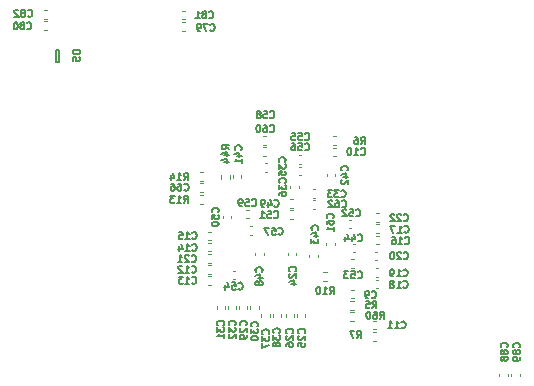
<source format=gbr>
%TF.GenerationSoftware,KiCad,Pcbnew,5.99.0-unknown-42c6af4bd8~125~ubuntu20.04.1*%
%TF.CreationDate,2021-03-29T15:44:50+08:00*%
%TF.ProjectId,ovc5,6f766335-2e6b-4696-9361-645f70636258,rev?*%
%TF.SameCoordinates,Original*%
%TF.FileFunction,Legend,Bot*%
%TF.FilePolarity,Positive*%
%FSLAX46Y46*%
G04 Gerber Fmt 4.6, Leading zero omitted, Abs format (unit mm)*
G04 Created by KiCad (PCBNEW 5.99.0-unknown-42c6af4bd8~125~ubuntu20.04.1) date 2021-03-29 15:44:50*
%MOMM*%
%LPD*%
G01*
G04 APERTURE LIST*
%ADD10C,0.150000*%
%ADD11C,0.120000*%
G04 APERTURE END LIST*
D10*
%TO.C,R60*%
X70135714Y-64021428D02*
X70335714Y-63735714D01*
X70478571Y-64021428D02*
X70478571Y-63421428D01*
X70250000Y-63421428D01*
X70192857Y-63450000D01*
X70164285Y-63478571D01*
X70135714Y-63535714D01*
X70135714Y-63621428D01*
X70164285Y-63678571D01*
X70192857Y-63707142D01*
X70250000Y-63735714D01*
X70478571Y-63735714D01*
X69621428Y-63421428D02*
X69735714Y-63421428D01*
X69792857Y-63450000D01*
X69821428Y-63478571D01*
X69878571Y-63564285D01*
X69907142Y-63678571D01*
X69907142Y-63907142D01*
X69878571Y-63964285D01*
X69850000Y-63992857D01*
X69792857Y-64021428D01*
X69678571Y-64021428D01*
X69621428Y-63992857D01*
X69592857Y-63964285D01*
X69564285Y-63907142D01*
X69564285Y-63764285D01*
X69592857Y-63707142D01*
X69621428Y-63678571D01*
X69678571Y-63650000D01*
X69792857Y-63650000D01*
X69850000Y-63678571D01*
X69878571Y-63707142D01*
X69907142Y-63764285D01*
X69192857Y-63421428D02*
X69135714Y-63421428D01*
X69078571Y-63450000D01*
X69050000Y-63478571D01*
X69021428Y-63535714D01*
X68992857Y-63650000D01*
X68992857Y-63792857D01*
X69021428Y-63907142D01*
X69050000Y-63964285D01*
X69078571Y-63992857D01*
X69135714Y-64021428D01*
X69192857Y-64021428D01*
X69250000Y-63992857D01*
X69278571Y-63964285D01*
X69307142Y-63907142D01*
X69335714Y-63792857D01*
X69335714Y-63650000D01*
X69307142Y-63535714D01*
X69278571Y-63478571D01*
X69250000Y-63450000D01*
X69192857Y-63421428D01*
%TO.C,C33*%
X66865714Y-53694285D02*
X66894285Y-53722857D01*
X66980000Y-53751428D01*
X67037142Y-53751428D01*
X67122857Y-53722857D01*
X67180000Y-53665714D01*
X67208571Y-53608571D01*
X67237142Y-53494285D01*
X67237142Y-53408571D01*
X67208571Y-53294285D01*
X67180000Y-53237142D01*
X67122857Y-53180000D01*
X67037142Y-53151428D01*
X66980000Y-53151428D01*
X66894285Y-53180000D01*
X66865714Y-53208571D01*
X66665714Y-53151428D02*
X66294285Y-53151428D01*
X66494285Y-53380000D01*
X66408571Y-53380000D01*
X66351428Y-53408571D01*
X66322857Y-53437142D01*
X66294285Y-53494285D01*
X66294285Y-53637142D01*
X66322857Y-53694285D01*
X66351428Y-53722857D01*
X66408571Y-53751428D01*
X66580000Y-53751428D01*
X66637142Y-53722857D01*
X66665714Y-53694285D01*
X66094285Y-53151428D02*
X65722857Y-53151428D01*
X65922857Y-53380000D01*
X65837142Y-53380000D01*
X65780000Y-53408571D01*
X65751428Y-53437142D01*
X65722857Y-53494285D01*
X65722857Y-53637142D01*
X65751428Y-53694285D01*
X65780000Y-53722857D01*
X65837142Y-53751428D01*
X66008571Y-53751428D01*
X66065714Y-53722857D01*
X66094285Y-53694285D01*
%TO.C,C31*%
X56888335Y-64552735D02*
X56916907Y-64524164D01*
X56945478Y-64438450D01*
X56945478Y-64381307D01*
X56916907Y-64295592D01*
X56859764Y-64238450D01*
X56802621Y-64209878D01*
X56688335Y-64181307D01*
X56602621Y-64181307D01*
X56488335Y-64209878D01*
X56431192Y-64238450D01*
X56374050Y-64295592D01*
X56345478Y-64381307D01*
X56345478Y-64438450D01*
X56374050Y-64524164D01*
X56402621Y-64552735D01*
X56345478Y-64752735D02*
X56345478Y-65124164D01*
X56574050Y-64924164D01*
X56574050Y-65009878D01*
X56602621Y-65067021D01*
X56631192Y-65095592D01*
X56688335Y-65124164D01*
X56831192Y-65124164D01*
X56888335Y-65095592D01*
X56916907Y-65067021D01*
X56945478Y-65009878D01*
X56945478Y-64838450D01*
X56916907Y-64781307D01*
X56888335Y-64752735D01*
X56945478Y-65695592D02*
X56945478Y-65352735D01*
X56945478Y-65524164D02*
X56345478Y-65524164D01*
X56431192Y-65467021D01*
X56488335Y-65409878D01*
X56516907Y-65352735D01*
%TO.C,C55*%
X63795714Y-48844285D02*
X63824285Y-48872857D01*
X63910000Y-48901428D01*
X63967142Y-48901428D01*
X64052857Y-48872857D01*
X64110000Y-48815714D01*
X64138571Y-48758571D01*
X64167142Y-48644285D01*
X64167142Y-48558571D01*
X64138571Y-48444285D01*
X64110000Y-48387142D01*
X64052857Y-48330000D01*
X63967142Y-48301428D01*
X63910000Y-48301428D01*
X63824285Y-48330000D01*
X63795714Y-48358571D01*
X63252857Y-48301428D02*
X63538571Y-48301428D01*
X63567142Y-48587142D01*
X63538571Y-48558571D01*
X63481428Y-48530000D01*
X63338571Y-48530000D01*
X63281428Y-48558571D01*
X63252857Y-48587142D01*
X63224285Y-48644285D01*
X63224285Y-48787142D01*
X63252857Y-48844285D01*
X63281428Y-48872857D01*
X63338571Y-48901428D01*
X63481428Y-48901428D01*
X63538571Y-48872857D01*
X63567142Y-48844285D01*
X62681428Y-48301428D02*
X62967142Y-48301428D01*
X62995714Y-48587142D01*
X62967142Y-48558571D01*
X62910000Y-48530000D01*
X62767142Y-48530000D01*
X62710000Y-48558571D01*
X62681428Y-48587142D01*
X62652857Y-48644285D01*
X62652857Y-48787142D01*
X62681428Y-48844285D01*
X62710000Y-48872857D01*
X62767142Y-48901428D01*
X62910000Y-48901428D01*
X62967142Y-48872857D01*
X62995714Y-48844285D01*
%TO.C,C14*%
X54255714Y-58244285D02*
X54284285Y-58272857D01*
X54370000Y-58301428D01*
X54427142Y-58301428D01*
X54512857Y-58272857D01*
X54570000Y-58215714D01*
X54598571Y-58158571D01*
X54627142Y-58044285D01*
X54627142Y-57958571D01*
X54598571Y-57844285D01*
X54570000Y-57787142D01*
X54512857Y-57730000D01*
X54427142Y-57701428D01*
X54370000Y-57701428D01*
X54284285Y-57730000D01*
X54255714Y-57758571D01*
X53684285Y-58301428D02*
X54027142Y-58301428D01*
X53855714Y-58301428D02*
X53855714Y-57701428D01*
X53912857Y-57787142D01*
X53970000Y-57844285D01*
X54027142Y-57872857D01*
X53170000Y-57901428D02*
X53170000Y-58301428D01*
X53312857Y-57672857D02*
X53455714Y-58101428D01*
X53084285Y-58101428D01*
%TO.C,C60*%
X60835714Y-48154285D02*
X60864285Y-48182857D01*
X60950000Y-48211428D01*
X61007142Y-48211428D01*
X61092857Y-48182857D01*
X61150000Y-48125714D01*
X61178571Y-48068571D01*
X61207142Y-47954285D01*
X61207142Y-47868571D01*
X61178571Y-47754285D01*
X61150000Y-47697142D01*
X61092857Y-47640000D01*
X61007142Y-47611428D01*
X60950000Y-47611428D01*
X60864285Y-47640000D01*
X60835714Y-47668571D01*
X60321428Y-47611428D02*
X60435714Y-47611428D01*
X60492857Y-47640000D01*
X60521428Y-47668571D01*
X60578571Y-47754285D01*
X60607142Y-47868571D01*
X60607142Y-48097142D01*
X60578571Y-48154285D01*
X60550000Y-48182857D01*
X60492857Y-48211428D01*
X60378571Y-48211428D01*
X60321428Y-48182857D01*
X60292857Y-48154285D01*
X60264285Y-48097142D01*
X60264285Y-47954285D01*
X60292857Y-47897142D01*
X60321428Y-47868571D01*
X60378571Y-47840000D01*
X60492857Y-47840000D01*
X60550000Y-47868571D01*
X60578571Y-47897142D01*
X60607142Y-47954285D01*
X59892857Y-47611428D02*
X59835714Y-47611428D01*
X59778571Y-47640000D01*
X59750000Y-47668571D01*
X59721428Y-47725714D01*
X59692857Y-47840000D01*
X59692857Y-47982857D01*
X59721428Y-48097142D01*
X59750000Y-48154285D01*
X59778571Y-48182857D01*
X59835714Y-48211428D01*
X59892857Y-48211428D01*
X59950000Y-48182857D01*
X59978571Y-48154285D01*
X60007142Y-48097142D01*
X60035714Y-47982857D01*
X60035714Y-47840000D01*
X60007142Y-47725714D01*
X59978571Y-47668571D01*
X59950000Y-47640000D01*
X59892857Y-47611428D01*
%TO.C,C24*%
X62984285Y-59974285D02*
X63012857Y-59945714D01*
X63041428Y-59860000D01*
X63041428Y-59802857D01*
X63012857Y-59717142D01*
X62955714Y-59660000D01*
X62898571Y-59631428D01*
X62784285Y-59602857D01*
X62698571Y-59602857D01*
X62584285Y-59631428D01*
X62527142Y-59660000D01*
X62470000Y-59717142D01*
X62441428Y-59802857D01*
X62441428Y-59860000D01*
X62470000Y-59945714D01*
X62498571Y-59974285D01*
X62498571Y-60202857D02*
X62470000Y-60231428D01*
X62441428Y-60288571D01*
X62441428Y-60431428D01*
X62470000Y-60488571D01*
X62498571Y-60517142D01*
X62555714Y-60545714D01*
X62612857Y-60545714D01*
X62698571Y-60517142D01*
X63041428Y-60174285D01*
X63041428Y-60545714D01*
X62641428Y-61060000D02*
X63041428Y-61060000D01*
X62412857Y-60917142D02*
X62841428Y-60774285D01*
X62841428Y-61145714D01*
%TO.C,R5*%
X69500000Y-63121428D02*
X69700000Y-62835714D01*
X69842857Y-63121428D02*
X69842857Y-62521428D01*
X69614285Y-62521428D01*
X69557142Y-62550000D01*
X69528571Y-62578571D01*
X69500000Y-62635714D01*
X69500000Y-62721428D01*
X69528571Y-62778571D01*
X69557142Y-62807142D01*
X69614285Y-62835714D01*
X69842857Y-62835714D01*
X68957142Y-62521428D02*
X69242857Y-62521428D01*
X69271428Y-62807142D01*
X69242857Y-62778571D01*
X69185714Y-62750000D01*
X69042857Y-62750000D01*
X68985714Y-62778571D01*
X68957142Y-62807142D01*
X68928571Y-62864285D01*
X68928571Y-63007142D01*
X68957142Y-63064285D01*
X68985714Y-63092857D01*
X69042857Y-63121428D01*
X69185714Y-63121428D01*
X69242857Y-63092857D01*
X69271428Y-63064285D01*
%TO.C,D5*%
X44751428Y-41287142D02*
X44151428Y-41287142D01*
X44151428Y-41430000D01*
X44180000Y-41515714D01*
X44237142Y-41572857D01*
X44294285Y-41601428D01*
X44408571Y-41630000D01*
X44494285Y-41630000D01*
X44608571Y-41601428D01*
X44665714Y-41572857D01*
X44722857Y-41515714D01*
X44751428Y-41430000D01*
X44751428Y-41287142D01*
X44151428Y-42172857D02*
X44151428Y-41887142D01*
X44437142Y-41858571D01*
X44408571Y-41887142D01*
X44380000Y-41944285D01*
X44380000Y-42087142D01*
X44408571Y-42144285D01*
X44437142Y-42172857D01*
X44494285Y-42201428D01*
X44637142Y-42201428D01*
X44694285Y-42172857D01*
X44722857Y-42144285D01*
X44751428Y-42087142D01*
X44751428Y-41944285D01*
X44722857Y-41887142D01*
X44694285Y-41858571D01*
%TO.C,C56*%
X63795714Y-49714285D02*
X63824285Y-49742857D01*
X63910000Y-49771428D01*
X63967142Y-49771428D01*
X64052857Y-49742857D01*
X64110000Y-49685714D01*
X64138571Y-49628571D01*
X64167142Y-49514285D01*
X64167142Y-49428571D01*
X64138571Y-49314285D01*
X64110000Y-49257142D01*
X64052857Y-49200000D01*
X63967142Y-49171428D01*
X63910000Y-49171428D01*
X63824285Y-49200000D01*
X63795714Y-49228571D01*
X63252857Y-49171428D02*
X63538571Y-49171428D01*
X63567142Y-49457142D01*
X63538571Y-49428571D01*
X63481428Y-49400000D01*
X63338571Y-49400000D01*
X63281428Y-49428571D01*
X63252857Y-49457142D01*
X63224285Y-49514285D01*
X63224285Y-49657142D01*
X63252857Y-49714285D01*
X63281428Y-49742857D01*
X63338571Y-49771428D01*
X63481428Y-49771428D01*
X63538571Y-49742857D01*
X63567142Y-49714285D01*
X62710000Y-49171428D02*
X62824285Y-49171428D01*
X62881428Y-49200000D01*
X62910000Y-49228571D01*
X62967142Y-49314285D01*
X62995714Y-49428571D01*
X62995714Y-49657142D01*
X62967142Y-49714285D01*
X62938571Y-49742857D01*
X62881428Y-49771428D01*
X62767142Y-49771428D01*
X62710000Y-49742857D01*
X62681428Y-49714285D01*
X62652857Y-49657142D01*
X62652857Y-49514285D01*
X62681428Y-49457142D01*
X62710000Y-49428571D01*
X62767142Y-49400000D01*
X62881428Y-49400000D01*
X62938571Y-49428571D01*
X62967142Y-49457142D01*
X62995714Y-49514285D01*
%TO.C,C17*%
X72205714Y-56674285D02*
X72234285Y-56702857D01*
X72320000Y-56731428D01*
X72377142Y-56731428D01*
X72462857Y-56702857D01*
X72520000Y-56645714D01*
X72548571Y-56588571D01*
X72577142Y-56474285D01*
X72577142Y-56388571D01*
X72548571Y-56274285D01*
X72520000Y-56217142D01*
X72462857Y-56160000D01*
X72377142Y-56131428D01*
X72320000Y-56131428D01*
X72234285Y-56160000D01*
X72205714Y-56188571D01*
X71634285Y-56731428D02*
X71977142Y-56731428D01*
X71805714Y-56731428D02*
X71805714Y-56131428D01*
X71862857Y-56217142D01*
X71920000Y-56274285D01*
X71977142Y-56302857D01*
X71434285Y-56131428D02*
X71034285Y-56131428D01*
X71291428Y-56731428D01*
%TO.C,C29*%
X58808335Y-64582735D02*
X58836907Y-64554164D01*
X58865478Y-64468450D01*
X58865478Y-64411307D01*
X58836907Y-64325592D01*
X58779764Y-64268450D01*
X58722621Y-64239878D01*
X58608335Y-64211307D01*
X58522621Y-64211307D01*
X58408335Y-64239878D01*
X58351192Y-64268450D01*
X58294050Y-64325592D01*
X58265478Y-64411307D01*
X58265478Y-64468450D01*
X58294050Y-64554164D01*
X58322621Y-64582735D01*
X58322621Y-64811307D02*
X58294050Y-64839878D01*
X58265478Y-64897021D01*
X58265478Y-65039878D01*
X58294050Y-65097021D01*
X58322621Y-65125592D01*
X58379764Y-65154164D01*
X58436907Y-65154164D01*
X58522621Y-65125592D01*
X58865478Y-64782735D01*
X58865478Y-65154164D01*
X58865478Y-65439878D02*
X58865478Y-65554164D01*
X58836907Y-65611307D01*
X58808335Y-65639878D01*
X58722621Y-65697021D01*
X58608335Y-65725592D01*
X58379764Y-65725592D01*
X58322621Y-65697021D01*
X58294050Y-65668450D01*
X58265478Y-65611307D01*
X58265478Y-65497021D01*
X58294050Y-65439878D01*
X58322621Y-65411307D01*
X58379764Y-65382735D01*
X58522621Y-65382735D01*
X58579764Y-65411307D01*
X58608335Y-65439878D01*
X58636907Y-65497021D01*
X58636907Y-65611307D01*
X58608335Y-65668450D01*
X58579764Y-65697021D01*
X58522621Y-65725592D01*
%TO.C,C41*%
X58394285Y-49724285D02*
X58422857Y-49695714D01*
X58451428Y-49610000D01*
X58451428Y-49552857D01*
X58422857Y-49467142D01*
X58365714Y-49410000D01*
X58308571Y-49381428D01*
X58194285Y-49352857D01*
X58108571Y-49352857D01*
X57994285Y-49381428D01*
X57937142Y-49410000D01*
X57880000Y-49467142D01*
X57851428Y-49552857D01*
X57851428Y-49610000D01*
X57880000Y-49695714D01*
X57908571Y-49724285D01*
X58051428Y-50238571D02*
X58451428Y-50238571D01*
X57822857Y-50095714D02*
X58251428Y-49952857D01*
X58251428Y-50324285D01*
X58451428Y-50867142D02*
X58451428Y-50524285D01*
X58451428Y-50695714D02*
X57851428Y-50695714D01*
X57937142Y-50638571D01*
X57994285Y-50581428D01*
X58022857Y-50524285D01*
%TO.C,C50*%
X56444285Y-55024285D02*
X56472857Y-54995714D01*
X56501428Y-54910000D01*
X56501428Y-54852857D01*
X56472857Y-54767142D01*
X56415714Y-54710000D01*
X56358571Y-54681428D01*
X56244285Y-54652857D01*
X56158571Y-54652857D01*
X56044285Y-54681428D01*
X55987142Y-54710000D01*
X55930000Y-54767142D01*
X55901428Y-54852857D01*
X55901428Y-54910000D01*
X55930000Y-54995714D01*
X55958571Y-55024285D01*
X55901428Y-55567142D02*
X55901428Y-55281428D01*
X56187142Y-55252857D01*
X56158571Y-55281428D01*
X56130000Y-55338571D01*
X56130000Y-55481428D01*
X56158571Y-55538571D01*
X56187142Y-55567142D01*
X56244285Y-55595714D01*
X56387142Y-55595714D01*
X56444285Y-55567142D01*
X56472857Y-55538571D01*
X56501428Y-55481428D01*
X56501428Y-55338571D01*
X56472857Y-55281428D01*
X56444285Y-55252857D01*
X55901428Y-55967142D02*
X55901428Y-56024285D01*
X55930000Y-56081428D01*
X55958571Y-56110000D01*
X56015714Y-56138571D01*
X56130000Y-56167142D01*
X56272857Y-56167142D01*
X56387142Y-56138571D01*
X56444285Y-56110000D01*
X56472857Y-56081428D01*
X56501428Y-56024285D01*
X56501428Y-55967142D01*
X56472857Y-55910000D01*
X56444285Y-55881428D01*
X56387142Y-55852857D01*
X56272857Y-55824285D01*
X56130000Y-55824285D01*
X56015714Y-55852857D01*
X55958571Y-55881428D01*
X55930000Y-55910000D01*
X55901428Y-55967142D01*
%TO.C,C66*%
X53575714Y-53134285D02*
X53604285Y-53162857D01*
X53690000Y-53191428D01*
X53747142Y-53191428D01*
X53832857Y-53162857D01*
X53890000Y-53105714D01*
X53918571Y-53048571D01*
X53947142Y-52934285D01*
X53947142Y-52848571D01*
X53918571Y-52734285D01*
X53890000Y-52677142D01*
X53832857Y-52620000D01*
X53747142Y-52591428D01*
X53690000Y-52591428D01*
X53604285Y-52620000D01*
X53575714Y-52648571D01*
X53061428Y-52591428D02*
X53175714Y-52591428D01*
X53232857Y-52620000D01*
X53261428Y-52648571D01*
X53318571Y-52734285D01*
X53347142Y-52848571D01*
X53347142Y-53077142D01*
X53318571Y-53134285D01*
X53290000Y-53162857D01*
X53232857Y-53191428D01*
X53118571Y-53191428D01*
X53061428Y-53162857D01*
X53032857Y-53134285D01*
X53004285Y-53077142D01*
X53004285Y-52934285D01*
X53032857Y-52877142D01*
X53061428Y-52848571D01*
X53118571Y-52820000D01*
X53232857Y-52820000D01*
X53290000Y-52848571D01*
X53318571Y-52877142D01*
X53347142Y-52934285D01*
X52490000Y-52591428D02*
X52604285Y-52591428D01*
X52661428Y-52620000D01*
X52690000Y-52648571D01*
X52747142Y-52734285D01*
X52775714Y-52848571D01*
X52775714Y-53077142D01*
X52747142Y-53134285D01*
X52718571Y-53162857D01*
X52661428Y-53191428D01*
X52547142Y-53191428D01*
X52490000Y-53162857D01*
X52461428Y-53134285D01*
X52432857Y-53077142D01*
X52432857Y-52934285D01*
X52461428Y-52877142D01*
X52490000Y-52848571D01*
X52547142Y-52820000D01*
X52661428Y-52820000D01*
X52718571Y-52848571D01*
X52747142Y-52877142D01*
X52775714Y-52934285D01*
%TO.C,C19*%
X72135714Y-60384285D02*
X72164285Y-60412857D01*
X72250000Y-60441428D01*
X72307142Y-60441428D01*
X72392857Y-60412857D01*
X72450000Y-60355714D01*
X72478571Y-60298571D01*
X72507142Y-60184285D01*
X72507142Y-60098571D01*
X72478571Y-59984285D01*
X72450000Y-59927142D01*
X72392857Y-59870000D01*
X72307142Y-59841428D01*
X72250000Y-59841428D01*
X72164285Y-59870000D01*
X72135714Y-59898571D01*
X71564285Y-60441428D02*
X71907142Y-60441428D01*
X71735714Y-60441428D02*
X71735714Y-59841428D01*
X71792857Y-59927142D01*
X71850000Y-59984285D01*
X71907142Y-60012857D01*
X71278571Y-60441428D02*
X71164285Y-60441428D01*
X71107142Y-60412857D01*
X71078571Y-60384285D01*
X71021428Y-60298571D01*
X70992857Y-60184285D01*
X70992857Y-59955714D01*
X71021428Y-59898571D01*
X71050000Y-59870000D01*
X71107142Y-59841428D01*
X71221428Y-59841428D01*
X71278571Y-59870000D01*
X71307142Y-59898571D01*
X71335714Y-59955714D01*
X71335714Y-60098571D01*
X71307142Y-60155714D01*
X71278571Y-60184285D01*
X71221428Y-60212857D01*
X71107142Y-60212857D01*
X71050000Y-60184285D01*
X71021428Y-60155714D01*
X70992857Y-60098571D01*
%TO.C,C25*%
X63765835Y-65244285D02*
X63794407Y-65215714D01*
X63822978Y-65130000D01*
X63822978Y-65072857D01*
X63794407Y-64987142D01*
X63737264Y-64930000D01*
X63680121Y-64901428D01*
X63565835Y-64872857D01*
X63480121Y-64872857D01*
X63365835Y-64901428D01*
X63308692Y-64930000D01*
X63251550Y-64987142D01*
X63222978Y-65072857D01*
X63222978Y-65130000D01*
X63251550Y-65215714D01*
X63280121Y-65244285D01*
X63280121Y-65472857D02*
X63251550Y-65501428D01*
X63222978Y-65558571D01*
X63222978Y-65701428D01*
X63251550Y-65758571D01*
X63280121Y-65787142D01*
X63337264Y-65815714D01*
X63394407Y-65815714D01*
X63480121Y-65787142D01*
X63822978Y-65444285D01*
X63822978Y-65815714D01*
X63222978Y-66358571D02*
X63222978Y-66072857D01*
X63508692Y-66044285D01*
X63480121Y-66072857D01*
X63451550Y-66130000D01*
X63451550Y-66272857D01*
X63480121Y-66330000D01*
X63508692Y-66358571D01*
X63565835Y-66387142D01*
X63708692Y-66387142D01*
X63765835Y-66358571D01*
X63794407Y-66330000D01*
X63822978Y-66272857D01*
X63822978Y-66130000D01*
X63794407Y-66072857D01*
X63765835Y-66044285D01*
%TO.C,C22*%
X72165714Y-55694285D02*
X72194285Y-55722857D01*
X72280000Y-55751428D01*
X72337142Y-55751428D01*
X72422857Y-55722857D01*
X72480000Y-55665714D01*
X72508571Y-55608571D01*
X72537142Y-55494285D01*
X72537142Y-55408571D01*
X72508571Y-55294285D01*
X72480000Y-55237142D01*
X72422857Y-55180000D01*
X72337142Y-55151428D01*
X72280000Y-55151428D01*
X72194285Y-55180000D01*
X72165714Y-55208571D01*
X71937142Y-55208571D02*
X71908571Y-55180000D01*
X71851428Y-55151428D01*
X71708571Y-55151428D01*
X71651428Y-55180000D01*
X71622857Y-55208571D01*
X71594285Y-55265714D01*
X71594285Y-55322857D01*
X71622857Y-55408571D01*
X71965714Y-55751428D01*
X71594285Y-55751428D01*
X71365714Y-55208571D02*
X71337142Y-55180000D01*
X71280000Y-55151428D01*
X71137142Y-55151428D01*
X71080000Y-55180000D01*
X71051428Y-55208571D01*
X71022857Y-55265714D01*
X71022857Y-55322857D01*
X71051428Y-55408571D01*
X71394285Y-55751428D01*
X71022857Y-55751428D01*
%TO.C,C61*%
X66174285Y-55484285D02*
X66202857Y-55455714D01*
X66231428Y-55370000D01*
X66231428Y-55312857D01*
X66202857Y-55227142D01*
X66145714Y-55170000D01*
X66088571Y-55141428D01*
X65974285Y-55112857D01*
X65888571Y-55112857D01*
X65774285Y-55141428D01*
X65717142Y-55170000D01*
X65660000Y-55227142D01*
X65631428Y-55312857D01*
X65631428Y-55370000D01*
X65660000Y-55455714D01*
X65688571Y-55484285D01*
X65631428Y-55998571D02*
X65631428Y-55884285D01*
X65660000Y-55827142D01*
X65688571Y-55798571D01*
X65774285Y-55741428D01*
X65888571Y-55712857D01*
X66117142Y-55712857D01*
X66174285Y-55741428D01*
X66202857Y-55770000D01*
X66231428Y-55827142D01*
X66231428Y-55941428D01*
X66202857Y-55998571D01*
X66174285Y-56027142D01*
X66117142Y-56055714D01*
X65974285Y-56055714D01*
X65917142Y-56027142D01*
X65888571Y-55998571D01*
X65860000Y-55941428D01*
X65860000Y-55827142D01*
X65888571Y-55770000D01*
X65917142Y-55741428D01*
X65974285Y-55712857D01*
X66231428Y-56627142D02*
X66231428Y-56284285D01*
X66231428Y-56455714D02*
X65631428Y-56455714D01*
X65717142Y-56398571D01*
X65774285Y-56341428D01*
X65802857Y-56284285D01*
%TO.C,C81*%
X55675714Y-38534285D02*
X55704285Y-38562857D01*
X55790000Y-38591428D01*
X55847142Y-38591428D01*
X55932857Y-38562857D01*
X55990000Y-38505714D01*
X56018571Y-38448571D01*
X56047142Y-38334285D01*
X56047142Y-38248571D01*
X56018571Y-38134285D01*
X55990000Y-38077142D01*
X55932857Y-38020000D01*
X55847142Y-37991428D01*
X55790000Y-37991428D01*
X55704285Y-38020000D01*
X55675714Y-38048571D01*
X55332857Y-38248571D02*
X55390000Y-38220000D01*
X55418571Y-38191428D01*
X55447142Y-38134285D01*
X55447142Y-38105714D01*
X55418571Y-38048571D01*
X55390000Y-38020000D01*
X55332857Y-37991428D01*
X55218571Y-37991428D01*
X55161428Y-38020000D01*
X55132857Y-38048571D01*
X55104285Y-38105714D01*
X55104285Y-38134285D01*
X55132857Y-38191428D01*
X55161428Y-38220000D01*
X55218571Y-38248571D01*
X55332857Y-38248571D01*
X55390000Y-38277142D01*
X55418571Y-38305714D01*
X55447142Y-38362857D01*
X55447142Y-38477142D01*
X55418571Y-38534285D01*
X55390000Y-38562857D01*
X55332857Y-38591428D01*
X55218571Y-38591428D01*
X55161428Y-38562857D01*
X55132857Y-38534285D01*
X55104285Y-38477142D01*
X55104285Y-38362857D01*
X55132857Y-38305714D01*
X55161428Y-38277142D01*
X55218571Y-38248571D01*
X54532857Y-38591428D02*
X54875714Y-38591428D01*
X54704285Y-38591428D02*
X54704285Y-37991428D01*
X54761428Y-38077142D01*
X54818571Y-38134285D01*
X54875714Y-38162857D01*
%TO.C,C53*%
X68255714Y-60544285D02*
X68284285Y-60572857D01*
X68370000Y-60601428D01*
X68427142Y-60601428D01*
X68512857Y-60572857D01*
X68570000Y-60515714D01*
X68598571Y-60458571D01*
X68627142Y-60344285D01*
X68627142Y-60258571D01*
X68598571Y-60144285D01*
X68570000Y-60087142D01*
X68512857Y-60030000D01*
X68427142Y-60001428D01*
X68370000Y-60001428D01*
X68284285Y-60030000D01*
X68255714Y-60058571D01*
X67712857Y-60001428D02*
X67998571Y-60001428D01*
X68027142Y-60287142D01*
X67998571Y-60258571D01*
X67941428Y-60230000D01*
X67798571Y-60230000D01*
X67741428Y-60258571D01*
X67712857Y-60287142D01*
X67684285Y-60344285D01*
X67684285Y-60487142D01*
X67712857Y-60544285D01*
X67741428Y-60572857D01*
X67798571Y-60601428D01*
X67941428Y-60601428D01*
X67998571Y-60572857D01*
X68027142Y-60544285D01*
X67484285Y-60001428D02*
X67112857Y-60001428D01*
X67312857Y-60230000D01*
X67227142Y-60230000D01*
X67170000Y-60258571D01*
X67141428Y-60287142D01*
X67112857Y-60344285D01*
X67112857Y-60487142D01*
X67141428Y-60544285D01*
X67170000Y-60572857D01*
X67227142Y-60601428D01*
X67398571Y-60601428D01*
X67455714Y-60572857D01*
X67484285Y-60544285D01*
%TO.C,C32*%
X57888335Y-64552735D02*
X57916907Y-64524164D01*
X57945478Y-64438450D01*
X57945478Y-64381307D01*
X57916907Y-64295592D01*
X57859764Y-64238450D01*
X57802621Y-64209878D01*
X57688335Y-64181307D01*
X57602621Y-64181307D01*
X57488335Y-64209878D01*
X57431192Y-64238450D01*
X57374050Y-64295592D01*
X57345478Y-64381307D01*
X57345478Y-64438450D01*
X57374050Y-64524164D01*
X57402621Y-64552735D01*
X57345478Y-64752735D02*
X57345478Y-65124164D01*
X57574050Y-64924164D01*
X57574050Y-65009878D01*
X57602621Y-65067021D01*
X57631192Y-65095592D01*
X57688335Y-65124164D01*
X57831192Y-65124164D01*
X57888335Y-65095592D01*
X57916907Y-65067021D01*
X57945478Y-65009878D01*
X57945478Y-64838450D01*
X57916907Y-64781307D01*
X57888335Y-64752735D01*
X57402621Y-65352735D02*
X57374050Y-65381307D01*
X57345478Y-65438450D01*
X57345478Y-65581307D01*
X57374050Y-65638450D01*
X57402621Y-65667021D01*
X57459764Y-65695592D01*
X57516907Y-65695592D01*
X57602621Y-65667021D01*
X57945478Y-65324164D01*
X57945478Y-65695592D01*
%TO.C,C36*%
X62134285Y-52490835D02*
X62162857Y-52462264D01*
X62191428Y-52376550D01*
X62191428Y-52319407D01*
X62162857Y-52233692D01*
X62105714Y-52176550D01*
X62048571Y-52147978D01*
X61934285Y-52119407D01*
X61848571Y-52119407D01*
X61734285Y-52147978D01*
X61677142Y-52176550D01*
X61620000Y-52233692D01*
X61591428Y-52319407D01*
X61591428Y-52376550D01*
X61620000Y-52462264D01*
X61648571Y-52490835D01*
X61591428Y-52690835D02*
X61591428Y-53062264D01*
X61820000Y-52862264D01*
X61820000Y-52947978D01*
X61848571Y-53005121D01*
X61877142Y-53033692D01*
X61934285Y-53062264D01*
X62077142Y-53062264D01*
X62134285Y-53033692D01*
X62162857Y-53005121D01*
X62191428Y-52947978D01*
X62191428Y-52776550D01*
X62162857Y-52719407D01*
X62134285Y-52690835D01*
X61591428Y-53576550D02*
X61591428Y-53462264D01*
X61620000Y-53405121D01*
X61648571Y-53376550D01*
X61734285Y-53319407D01*
X61848571Y-53290835D01*
X62077142Y-53290835D01*
X62134285Y-53319407D01*
X62162857Y-53347978D01*
X62191428Y-53405121D01*
X62191428Y-53519407D01*
X62162857Y-53576550D01*
X62134285Y-53605121D01*
X62077142Y-53633692D01*
X61934285Y-53633692D01*
X61877142Y-53605121D01*
X61848571Y-53576550D01*
X61820000Y-53519407D01*
X61820000Y-53405121D01*
X61848571Y-53347978D01*
X61877142Y-53319407D01*
X61934285Y-53290835D01*
%TO.C,R6*%
X68540000Y-49231428D02*
X68740000Y-48945714D01*
X68882857Y-49231428D02*
X68882857Y-48631428D01*
X68654285Y-48631428D01*
X68597142Y-48660000D01*
X68568571Y-48688571D01*
X68540000Y-48745714D01*
X68540000Y-48831428D01*
X68568571Y-48888571D01*
X68597142Y-48917142D01*
X68654285Y-48945714D01*
X68882857Y-48945714D01*
X68025714Y-48631428D02*
X68140000Y-48631428D01*
X68197142Y-48660000D01*
X68225714Y-48688571D01*
X68282857Y-48774285D01*
X68311428Y-48888571D01*
X68311428Y-49117142D01*
X68282857Y-49174285D01*
X68254285Y-49202857D01*
X68197142Y-49231428D01*
X68082857Y-49231428D01*
X68025714Y-49202857D01*
X67997142Y-49174285D01*
X67968571Y-49117142D01*
X67968571Y-48974285D01*
X67997142Y-48917142D01*
X68025714Y-48888571D01*
X68082857Y-48860000D01*
X68197142Y-48860000D01*
X68254285Y-48888571D01*
X68282857Y-48917142D01*
X68311428Y-48974285D01*
%TO.C,C38*%
X61644285Y-65214285D02*
X61672857Y-65185714D01*
X61701428Y-65100000D01*
X61701428Y-65042857D01*
X61672857Y-64957142D01*
X61615714Y-64900000D01*
X61558571Y-64871428D01*
X61444285Y-64842857D01*
X61358571Y-64842857D01*
X61244285Y-64871428D01*
X61187142Y-64900000D01*
X61130000Y-64957142D01*
X61101428Y-65042857D01*
X61101428Y-65100000D01*
X61130000Y-65185714D01*
X61158571Y-65214285D01*
X61101428Y-65414285D02*
X61101428Y-65785714D01*
X61330000Y-65585714D01*
X61330000Y-65671428D01*
X61358571Y-65728571D01*
X61387142Y-65757142D01*
X61444285Y-65785714D01*
X61587142Y-65785714D01*
X61644285Y-65757142D01*
X61672857Y-65728571D01*
X61701428Y-65671428D01*
X61701428Y-65500000D01*
X61672857Y-65442857D01*
X61644285Y-65414285D01*
X61358571Y-66128571D02*
X61330000Y-66071428D01*
X61301428Y-66042857D01*
X61244285Y-66014285D01*
X61215714Y-66014285D01*
X61158571Y-66042857D01*
X61130000Y-66071428D01*
X61101428Y-66128571D01*
X61101428Y-66242857D01*
X61130000Y-66300000D01*
X61158571Y-66328571D01*
X61215714Y-66357142D01*
X61244285Y-66357142D01*
X61301428Y-66328571D01*
X61330000Y-66300000D01*
X61358571Y-66242857D01*
X61358571Y-66128571D01*
X61387142Y-66071428D01*
X61415714Y-66042857D01*
X61472857Y-66014285D01*
X61587142Y-66014285D01*
X61644285Y-66042857D01*
X61672857Y-66071428D01*
X61701428Y-66128571D01*
X61701428Y-66242857D01*
X61672857Y-66300000D01*
X61644285Y-66328571D01*
X61587142Y-66357142D01*
X61472857Y-66357142D01*
X61415714Y-66328571D01*
X61387142Y-66300000D01*
X61358571Y-66242857D01*
%TO.C,R7*%
X68180000Y-65643428D02*
X68380000Y-65357714D01*
X68522857Y-65643428D02*
X68522857Y-65043428D01*
X68294285Y-65043428D01*
X68237142Y-65072000D01*
X68208571Y-65100571D01*
X68180000Y-65157714D01*
X68180000Y-65243428D01*
X68208571Y-65300571D01*
X68237142Y-65329142D01*
X68294285Y-65357714D01*
X68522857Y-65357714D01*
X67980000Y-65043428D02*
X67580000Y-65043428D01*
X67837142Y-65643428D01*
%TO.C,C11*%
X71965714Y-64782285D02*
X71994285Y-64810857D01*
X72080000Y-64839428D01*
X72137142Y-64839428D01*
X72222857Y-64810857D01*
X72280000Y-64753714D01*
X72308571Y-64696571D01*
X72337142Y-64582285D01*
X72337142Y-64496571D01*
X72308571Y-64382285D01*
X72280000Y-64325142D01*
X72222857Y-64268000D01*
X72137142Y-64239428D01*
X72080000Y-64239428D01*
X71994285Y-64268000D01*
X71965714Y-64296571D01*
X71394285Y-64839428D02*
X71737142Y-64839428D01*
X71565714Y-64839428D02*
X71565714Y-64239428D01*
X71622857Y-64325142D01*
X71680000Y-64382285D01*
X71737142Y-64410857D01*
X70822857Y-64839428D02*
X71165714Y-64839428D01*
X70994285Y-64839428D02*
X70994285Y-64239428D01*
X71051428Y-64325142D01*
X71108571Y-64382285D01*
X71165714Y-64410857D01*
%TO.C,C62*%
X66925714Y-54544285D02*
X66954285Y-54572857D01*
X67040000Y-54601428D01*
X67097142Y-54601428D01*
X67182857Y-54572857D01*
X67240000Y-54515714D01*
X67268571Y-54458571D01*
X67297142Y-54344285D01*
X67297142Y-54258571D01*
X67268571Y-54144285D01*
X67240000Y-54087142D01*
X67182857Y-54030000D01*
X67097142Y-54001428D01*
X67040000Y-54001428D01*
X66954285Y-54030000D01*
X66925714Y-54058571D01*
X66411428Y-54001428D02*
X66525714Y-54001428D01*
X66582857Y-54030000D01*
X66611428Y-54058571D01*
X66668571Y-54144285D01*
X66697142Y-54258571D01*
X66697142Y-54487142D01*
X66668571Y-54544285D01*
X66640000Y-54572857D01*
X66582857Y-54601428D01*
X66468571Y-54601428D01*
X66411428Y-54572857D01*
X66382857Y-54544285D01*
X66354285Y-54487142D01*
X66354285Y-54344285D01*
X66382857Y-54287142D01*
X66411428Y-54258571D01*
X66468571Y-54230000D01*
X66582857Y-54230000D01*
X66640000Y-54258571D01*
X66668571Y-54287142D01*
X66697142Y-54344285D01*
X66125714Y-54058571D02*
X66097142Y-54030000D01*
X66040000Y-54001428D01*
X65897142Y-54001428D01*
X65840000Y-54030000D01*
X65811428Y-54058571D01*
X65782857Y-54115714D01*
X65782857Y-54172857D01*
X65811428Y-54258571D01*
X66154285Y-54601428D01*
X65782857Y-54601428D01*
%TO.C,C57*%
X61545714Y-56854285D02*
X61574285Y-56882857D01*
X61660000Y-56911428D01*
X61717142Y-56911428D01*
X61802857Y-56882857D01*
X61860000Y-56825714D01*
X61888571Y-56768571D01*
X61917142Y-56654285D01*
X61917142Y-56568571D01*
X61888571Y-56454285D01*
X61860000Y-56397142D01*
X61802857Y-56340000D01*
X61717142Y-56311428D01*
X61660000Y-56311428D01*
X61574285Y-56340000D01*
X61545714Y-56368571D01*
X61002857Y-56311428D02*
X61288571Y-56311428D01*
X61317142Y-56597142D01*
X61288571Y-56568571D01*
X61231428Y-56540000D01*
X61088571Y-56540000D01*
X61031428Y-56568571D01*
X61002857Y-56597142D01*
X60974285Y-56654285D01*
X60974285Y-56797142D01*
X61002857Y-56854285D01*
X61031428Y-56882857D01*
X61088571Y-56911428D01*
X61231428Y-56911428D01*
X61288571Y-56882857D01*
X61317142Y-56854285D01*
X60774285Y-56311428D02*
X60374285Y-56311428D01*
X60631428Y-56911428D01*
%TO.C,R13*%
X53545714Y-54211428D02*
X53745714Y-53925714D01*
X53888571Y-54211428D02*
X53888571Y-53611428D01*
X53660000Y-53611428D01*
X53602857Y-53640000D01*
X53574285Y-53668571D01*
X53545714Y-53725714D01*
X53545714Y-53811428D01*
X53574285Y-53868571D01*
X53602857Y-53897142D01*
X53660000Y-53925714D01*
X53888571Y-53925714D01*
X52974285Y-54211428D02*
X53317142Y-54211428D01*
X53145714Y-54211428D02*
X53145714Y-53611428D01*
X53202857Y-53697142D01*
X53260000Y-53754285D01*
X53317142Y-53782857D01*
X52774285Y-53611428D02*
X52402857Y-53611428D01*
X52602857Y-53840000D01*
X52517142Y-53840000D01*
X52460000Y-53868571D01*
X52431428Y-53897142D01*
X52402857Y-53954285D01*
X52402857Y-54097142D01*
X52431428Y-54154285D01*
X52460000Y-54182857D01*
X52517142Y-54211428D01*
X52688571Y-54211428D01*
X52745714Y-54182857D01*
X52774285Y-54154285D01*
%TO.C,C37*%
X60714285Y-65304285D02*
X60742857Y-65275714D01*
X60771428Y-65190000D01*
X60771428Y-65132857D01*
X60742857Y-65047142D01*
X60685714Y-64990000D01*
X60628571Y-64961428D01*
X60514285Y-64932857D01*
X60428571Y-64932857D01*
X60314285Y-64961428D01*
X60257142Y-64990000D01*
X60200000Y-65047142D01*
X60171428Y-65132857D01*
X60171428Y-65190000D01*
X60200000Y-65275714D01*
X60228571Y-65304285D01*
X60171428Y-65504285D02*
X60171428Y-65875714D01*
X60400000Y-65675714D01*
X60400000Y-65761428D01*
X60428571Y-65818571D01*
X60457142Y-65847142D01*
X60514285Y-65875714D01*
X60657142Y-65875714D01*
X60714285Y-65847142D01*
X60742857Y-65818571D01*
X60771428Y-65761428D01*
X60771428Y-65590000D01*
X60742857Y-65532857D01*
X60714285Y-65504285D01*
X60171428Y-66075714D02*
X60171428Y-66475714D01*
X60771428Y-66218571D01*
%TO.C,C49*%
X61205714Y-54494285D02*
X61234285Y-54522857D01*
X61320000Y-54551428D01*
X61377142Y-54551428D01*
X61462857Y-54522857D01*
X61520000Y-54465714D01*
X61548571Y-54408571D01*
X61577142Y-54294285D01*
X61577142Y-54208571D01*
X61548571Y-54094285D01*
X61520000Y-54037142D01*
X61462857Y-53980000D01*
X61377142Y-53951428D01*
X61320000Y-53951428D01*
X61234285Y-53980000D01*
X61205714Y-54008571D01*
X60691428Y-54151428D02*
X60691428Y-54551428D01*
X60834285Y-53922857D02*
X60977142Y-54351428D01*
X60605714Y-54351428D01*
X60348571Y-54551428D02*
X60234285Y-54551428D01*
X60177142Y-54522857D01*
X60148571Y-54494285D01*
X60091428Y-54408571D01*
X60062857Y-54294285D01*
X60062857Y-54065714D01*
X60091428Y-54008571D01*
X60120000Y-53980000D01*
X60177142Y-53951428D01*
X60291428Y-53951428D01*
X60348571Y-53980000D01*
X60377142Y-54008571D01*
X60405714Y-54065714D01*
X60405714Y-54208571D01*
X60377142Y-54265714D01*
X60348571Y-54294285D01*
X60291428Y-54322857D01*
X60177142Y-54322857D01*
X60120000Y-54294285D01*
X60091428Y-54265714D01*
X60062857Y-54208571D01*
%TO.C,C20*%
X72155714Y-58904285D02*
X72184285Y-58932857D01*
X72270000Y-58961428D01*
X72327142Y-58961428D01*
X72412857Y-58932857D01*
X72470000Y-58875714D01*
X72498571Y-58818571D01*
X72527142Y-58704285D01*
X72527142Y-58618571D01*
X72498571Y-58504285D01*
X72470000Y-58447142D01*
X72412857Y-58390000D01*
X72327142Y-58361428D01*
X72270000Y-58361428D01*
X72184285Y-58390000D01*
X72155714Y-58418571D01*
X71927142Y-58418571D02*
X71898571Y-58390000D01*
X71841428Y-58361428D01*
X71698571Y-58361428D01*
X71641428Y-58390000D01*
X71612857Y-58418571D01*
X71584285Y-58475714D01*
X71584285Y-58532857D01*
X71612857Y-58618571D01*
X71955714Y-58961428D01*
X71584285Y-58961428D01*
X71212857Y-58361428D02*
X71155714Y-58361428D01*
X71098571Y-58390000D01*
X71070000Y-58418571D01*
X71041428Y-58475714D01*
X71012857Y-58590000D01*
X71012857Y-58732857D01*
X71041428Y-58847142D01*
X71070000Y-58904285D01*
X71098571Y-58932857D01*
X71155714Y-58961428D01*
X71212857Y-58961428D01*
X71270000Y-58932857D01*
X71298571Y-58904285D01*
X71327142Y-58847142D01*
X71355714Y-58732857D01*
X71355714Y-58590000D01*
X71327142Y-58475714D01*
X71298571Y-58418571D01*
X71270000Y-58390000D01*
X71212857Y-58361428D01*
%TO.C,C52*%
X68115714Y-55304285D02*
X68144285Y-55332857D01*
X68230000Y-55361428D01*
X68287142Y-55361428D01*
X68372857Y-55332857D01*
X68430000Y-55275714D01*
X68458571Y-55218571D01*
X68487142Y-55104285D01*
X68487142Y-55018571D01*
X68458571Y-54904285D01*
X68430000Y-54847142D01*
X68372857Y-54790000D01*
X68287142Y-54761428D01*
X68230000Y-54761428D01*
X68144285Y-54790000D01*
X68115714Y-54818571D01*
X67572857Y-54761428D02*
X67858571Y-54761428D01*
X67887142Y-55047142D01*
X67858571Y-55018571D01*
X67801428Y-54990000D01*
X67658571Y-54990000D01*
X67601428Y-55018571D01*
X67572857Y-55047142D01*
X67544285Y-55104285D01*
X67544285Y-55247142D01*
X67572857Y-55304285D01*
X67601428Y-55332857D01*
X67658571Y-55361428D01*
X67801428Y-55361428D01*
X67858571Y-55332857D01*
X67887142Y-55304285D01*
X67315714Y-54818571D02*
X67287142Y-54790000D01*
X67230000Y-54761428D01*
X67087142Y-54761428D01*
X67030000Y-54790000D01*
X67001428Y-54818571D01*
X66972857Y-54875714D01*
X66972857Y-54932857D01*
X67001428Y-55018571D01*
X67344285Y-55361428D01*
X66972857Y-55361428D01*
%TO.C,C42*%
X67395235Y-51465835D02*
X67423807Y-51437264D01*
X67452378Y-51351550D01*
X67452378Y-51294407D01*
X67423807Y-51208692D01*
X67366664Y-51151550D01*
X67309521Y-51122978D01*
X67195235Y-51094407D01*
X67109521Y-51094407D01*
X66995235Y-51122978D01*
X66938092Y-51151550D01*
X66880950Y-51208692D01*
X66852378Y-51294407D01*
X66852378Y-51351550D01*
X66880950Y-51437264D01*
X66909521Y-51465835D01*
X67052378Y-51980121D02*
X67452378Y-51980121D01*
X66823807Y-51837264D02*
X67252378Y-51694407D01*
X67252378Y-52065835D01*
X66909521Y-52265835D02*
X66880950Y-52294407D01*
X66852378Y-52351550D01*
X66852378Y-52494407D01*
X66880950Y-52551550D01*
X66909521Y-52580121D01*
X66966664Y-52608692D01*
X67023807Y-52608692D01*
X67109521Y-52580121D01*
X67452378Y-52237264D01*
X67452378Y-52608692D01*
%TO.C,R14*%
X53545714Y-52271428D02*
X53745714Y-51985714D01*
X53888571Y-52271428D02*
X53888571Y-51671428D01*
X53660000Y-51671428D01*
X53602857Y-51700000D01*
X53574285Y-51728571D01*
X53545714Y-51785714D01*
X53545714Y-51871428D01*
X53574285Y-51928571D01*
X53602857Y-51957142D01*
X53660000Y-51985714D01*
X53888571Y-51985714D01*
X52974285Y-52271428D02*
X53317142Y-52271428D01*
X53145714Y-52271428D02*
X53145714Y-51671428D01*
X53202857Y-51757142D01*
X53260000Y-51814285D01*
X53317142Y-51842857D01*
X52460000Y-51871428D02*
X52460000Y-52271428D01*
X52602857Y-51642857D02*
X52745714Y-52071428D01*
X52374285Y-52071428D01*
%TO.C,C35*%
X62114285Y-50734285D02*
X62142857Y-50705714D01*
X62171428Y-50620000D01*
X62171428Y-50562857D01*
X62142857Y-50477142D01*
X62085714Y-50420000D01*
X62028571Y-50391428D01*
X61914285Y-50362857D01*
X61828571Y-50362857D01*
X61714285Y-50391428D01*
X61657142Y-50420000D01*
X61600000Y-50477142D01*
X61571428Y-50562857D01*
X61571428Y-50620000D01*
X61600000Y-50705714D01*
X61628571Y-50734285D01*
X61571428Y-50934285D02*
X61571428Y-51305714D01*
X61800000Y-51105714D01*
X61800000Y-51191428D01*
X61828571Y-51248571D01*
X61857142Y-51277142D01*
X61914285Y-51305714D01*
X62057142Y-51305714D01*
X62114285Y-51277142D01*
X62142857Y-51248571D01*
X62171428Y-51191428D01*
X62171428Y-51020000D01*
X62142857Y-50962857D01*
X62114285Y-50934285D01*
X61571428Y-51848571D02*
X61571428Y-51562857D01*
X61857142Y-51534285D01*
X61828571Y-51562857D01*
X61800000Y-51620000D01*
X61800000Y-51762857D01*
X61828571Y-51820000D01*
X61857142Y-51848571D01*
X61914285Y-51877142D01*
X62057142Y-51877142D01*
X62114285Y-51848571D01*
X62142857Y-51820000D01*
X62171428Y-51762857D01*
X62171428Y-51620000D01*
X62142857Y-51562857D01*
X62114285Y-51534285D01*
%TO.C,C30*%
X59768335Y-64672735D02*
X59796907Y-64644164D01*
X59825478Y-64558450D01*
X59825478Y-64501307D01*
X59796907Y-64415592D01*
X59739764Y-64358450D01*
X59682621Y-64329878D01*
X59568335Y-64301307D01*
X59482621Y-64301307D01*
X59368335Y-64329878D01*
X59311192Y-64358450D01*
X59254050Y-64415592D01*
X59225478Y-64501307D01*
X59225478Y-64558450D01*
X59254050Y-64644164D01*
X59282621Y-64672735D01*
X59225478Y-64872735D02*
X59225478Y-65244164D01*
X59454050Y-65044164D01*
X59454050Y-65129878D01*
X59482621Y-65187021D01*
X59511192Y-65215592D01*
X59568335Y-65244164D01*
X59711192Y-65244164D01*
X59768335Y-65215592D01*
X59796907Y-65187021D01*
X59825478Y-65129878D01*
X59825478Y-64958450D01*
X59796907Y-64901307D01*
X59768335Y-64872735D01*
X59225478Y-65615592D02*
X59225478Y-65672735D01*
X59254050Y-65729878D01*
X59282621Y-65758450D01*
X59339764Y-65787021D01*
X59454050Y-65815592D01*
X59596907Y-65815592D01*
X59711192Y-65787021D01*
X59768335Y-65758450D01*
X59796907Y-65729878D01*
X59825478Y-65672735D01*
X59825478Y-65615592D01*
X59796907Y-65558450D01*
X59768335Y-65529878D01*
X59711192Y-65501307D01*
X59596907Y-65472735D01*
X59454050Y-65472735D01*
X59339764Y-65501307D01*
X59282621Y-65529878D01*
X59254050Y-65558450D01*
X59225478Y-65615592D01*
%TO.C,C43*%
X64874285Y-56484285D02*
X64902857Y-56455714D01*
X64931428Y-56370000D01*
X64931428Y-56312857D01*
X64902857Y-56227142D01*
X64845714Y-56170000D01*
X64788571Y-56141428D01*
X64674285Y-56112857D01*
X64588571Y-56112857D01*
X64474285Y-56141428D01*
X64417142Y-56170000D01*
X64360000Y-56227142D01*
X64331428Y-56312857D01*
X64331428Y-56370000D01*
X64360000Y-56455714D01*
X64388571Y-56484285D01*
X64531428Y-56998571D02*
X64931428Y-56998571D01*
X64302857Y-56855714D02*
X64731428Y-56712857D01*
X64731428Y-57084285D01*
X64331428Y-57255714D02*
X64331428Y-57627142D01*
X64560000Y-57427142D01*
X64560000Y-57512857D01*
X64588571Y-57570000D01*
X64617142Y-57598571D01*
X64674285Y-57627142D01*
X64817142Y-57627142D01*
X64874285Y-57598571D01*
X64902857Y-57570000D01*
X64931428Y-57512857D01*
X64931428Y-57341428D01*
X64902857Y-57284285D01*
X64874285Y-57255714D01*
%TO.C,C9*%
X69450000Y-62214285D02*
X69478571Y-62242857D01*
X69564285Y-62271428D01*
X69621428Y-62271428D01*
X69707142Y-62242857D01*
X69764285Y-62185714D01*
X69792857Y-62128571D01*
X69821428Y-62014285D01*
X69821428Y-61928571D01*
X69792857Y-61814285D01*
X69764285Y-61757142D01*
X69707142Y-61700000D01*
X69621428Y-61671428D01*
X69564285Y-61671428D01*
X69478571Y-61700000D01*
X69450000Y-61728571D01*
X69164285Y-62271428D02*
X69050000Y-62271428D01*
X68992857Y-62242857D01*
X68964285Y-62214285D01*
X68907142Y-62128571D01*
X68878571Y-62014285D01*
X68878571Y-61785714D01*
X68907142Y-61728571D01*
X68935714Y-61700000D01*
X68992857Y-61671428D01*
X69107142Y-61671428D01*
X69164285Y-61700000D01*
X69192857Y-61728571D01*
X69221428Y-61785714D01*
X69221428Y-61928571D01*
X69192857Y-61985714D01*
X69164285Y-62014285D01*
X69107142Y-62042857D01*
X68992857Y-62042857D01*
X68935714Y-62014285D01*
X68907142Y-61985714D01*
X68878571Y-61928571D01*
%TO.C,C21*%
X54195714Y-59174285D02*
X54224285Y-59202857D01*
X54310000Y-59231428D01*
X54367142Y-59231428D01*
X54452857Y-59202857D01*
X54510000Y-59145714D01*
X54538571Y-59088571D01*
X54567142Y-58974285D01*
X54567142Y-58888571D01*
X54538571Y-58774285D01*
X54510000Y-58717142D01*
X54452857Y-58660000D01*
X54367142Y-58631428D01*
X54310000Y-58631428D01*
X54224285Y-58660000D01*
X54195714Y-58688571D01*
X53967142Y-58688571D02*
X53938571Y-58660000D01*
X53881428Y-58631428D01*
X53738571Y-58631428D01*
X53681428Y-58660000D01*
X53652857Y-58688571D01*
X53624285Y-58745714D01*
X53624285Y-58802857D01*
X53652857Y-58888571D01*
X53995714Y-59231428D01*
X53624285Y-59231428D01*
X53052857Y-59231428D02*
X53395714Y-59231428D01*
X53224285Y-59231428D02*
X53224285Y-58631428D01*
X53281428Y-58717142D01*
X53338571Y-58774285D01*
X53395714Y-58802857D01*
%TO.C,C59*%
X59315714Y-54424285D02*
X59344285Y-54452857D01*
X59430000Y-54481428D01*
X59487142Y-54481428D01*
X59572857Y-54452857D01*
X59630000Y-54395714D01*
X59658571Y-54338571D01*
X59687142Y-54224285D01*
X59687142Y-54138571D01*
X59658571Y-54024285D01*
X59630000Y-53967142D01*
X59572857Y-53910000D01*
X59487142Y-53881428D01*
X59430000Y-53881428D01*
X59344285Y-53910000D01*
X59315714Y-53938571D01*
X58772857Y-53881428D02*
X59058571Y-53881428D01*
X59087142Y-54167142D01*
X59058571Y-54138571D01*
X59001428Y-54110000D01*
X58858571Y-54110000D01*
X58801428Y-54138571D01*
X58772857Y-54167142D01*
X58744285Y-54224285D01*
X58744285Y-54367142D01*
X58772857Y-54424285D01*
X58801428Y-54452857D01*
X58858571Y-54481428D01*
X59001428Y-54481428D01*
X59058571Y-54452857D01*
X59087142Y-54424285D01*
X58458571Y-54481428D02*
X58344285Y-54481428D01*
X58287142Y-54452857D01*
X58258571Y-54424285D01*
X58201428Y-54338571D01*
X58172857Y-54224285D01*
X58172857Y-53995714D01*
X58201428Y-53938571D01*
X58230000Y-53910000D01*
X58287142Y-53881428D01*
X58401428Y-53881428D01*
X58458571Y-53910000D01*
X58487142Y-53938571D01*
X58515714Y-53995714D01*
X58515714Y-54138571D01*
X58487142Y-54195714D01*
X58458571Y-54224285D01*
X58401428Y-54252857D01*
X58287142Y-54252857D01*
X58230000Y-54224285D01*
X58201428Y-54195714D01*
X58172857Y-54138571D01*
%TO.C,C15*%
X54255714Y-57214285D02*
X54284285Y-57242857D01*
X54370000Y-57271428D01*
X54427142Y-57271428D01*
X54512857Y-57242857D01*
X54570000Y-57185714D01*
X54598571Y-57128571D01*
X54627142Y-57014285D01*
X54627142Y-56928571D01*
X54598571Y-56814285D01*
X54570000Y-56757142D01*
X54512857Y-56700000D01*
X54427142Y-56671428D01*
X54370000Y-56671428D01*
X54284285Y-56700000D01*
X54255714Y-56728571D01*
X53684285Y-57271428D02*
X54027142Y-57271428D01*
X53855714Y-57271428D02*
X53855714Y-56671428D01*
X53912857Y-56757142D01*
X53970000Y-56814285D01*
X54027142Y-56842857D01*
X53141428Y-56671428D02*
X53427142Y-56671428D01*
X53455714Y-56957142D01*
X53427142Y-56928571D01*
X53370000Y-56900000D01*
X53227142Y-56900000D01*
X53170000Y-56928571D01*
X53141428Y-56957142D01*
X53112857Y-57014285D01*
X53112857Y-57157142D01*
X53141428Y-57214285D01*
X53170000Y-57242857D01*
X53227142Y-57271428D01*
X53370000Y-57271428D01*
X53427142Y-57242857D01*
X53455714Y-57214285D01*
%TO.C,C26*%
X62725835Y-65234285D02*
X62754407Y-65205714D01*
X62782978Y-65120000D01*
X62782978Y-65062857D01*
X62754407Y-64977142D01*
X62697264Y-64920000D01*
X62640121Y-64891428D01*
X62525835Y-64862857D01*
X62440121Y-64862857D01*
X62325835Y-64891428D01*
X62268692Y-64920000D01*
X62211550Y-64977142D01*
X62182978Y-65062857D01*
X62182978Y-65120000D01*
X62211550Y-65205714D01*
X62240121Y-65234285D01*
X62240121Y-65462857D02*
X62211550Y-65491428D01*
X62182978Y-65548571D01*
X62182978Y-65691428D01*
X62211550Y-65748571D01*
X62240121Y-65777142D01*
X62297264Y-65805714D01*
X62354407Y-65805714D01*
X62440121Y-65777142D01*
X62782978Y-65434285D01*
X62782978Y-65805714D01*
X62182978Y-66320000D02*
X62182978Y-66205714D01*
X62211550Y-66148571D01*
X62240121Y-66120000D01*
X62325835Y-66062857D01*
X62440121Y-66034285D01*
X62668692Y-66034285D01*
X62725835Y-66062857D01*
X62754407Y-66091428D01*
X62782978Y-66148571D01*
X62782978Y-66262857D01*
X62754407Y-66320000D01*
X62725835Y-66348571D01*
X62668692Y-66377142D01*
X62525835Y-66377142D01*
X62468692Y-66348571D01*
X62440121Y-66320000D01*
X62411550Y-66262857D01*
X62411550Y-66148571D01*
X62440121Y-66091428D01*
X62468692Y-66062857D01*
X62525835Y-66034285D01*
%TO.C,C44*%
X68295714Y-57424285D02*
X68324285Y-57452857D01*
X68410000Y-57481428D01*
X68467142Y-57481428D01*
X68552857Y-57452857D01*
X68610000Y-57395714D01*
X68638571Y-57338571D01*
X68667142Y-57224285D01*
X68667142Y-57138571D01*
X68638571Y-57024285D01*
X68610000Y-56967142D01*
X68552857Y-56910000D01*
X68467142Y-56881428D01*
X68410000Y-56881428D01*
X68324285Y-56910000D01*
X68295714Y-56938571D01*
X67781428Y-57081428D02*
X67781428Y-57481428D01*
X67924285Y-56852857D02*
X68067142Y-57281428D01*
X67695714Y-57281428D01*
X67210000Y-57081428D02*
X67210000Y-57481428D01*
X67352857Y-56852857D02*
X67495714Y-57281428D01*
X67124285Y-57281428D01*
%TO.C,C51*%
X61175714Y-55434285D02*
X61204285Y-55462857D01*
X61290000Y-55491428D01*
X61347142Y-55491428D01*
X61432857Y-55462857D01*
X61490000Y-55405714D01*
X61518571Y-55348571D01*
X61547142Y-55234285D01*
X61547142Y-55148571D01*
X61518571Y-55034285D01*
X61490000Y-54977142D01*
X61432857Y-54920000D01*
X61347142Y-54891428D01*
X61290000Y-54891428D01*
X61204285Y-54920000D01*
X61175714Y-54948571D01*
X60632857Y-54891428D02*
X60918571Y-54891428D01*
X60947142Y-55177142D01*
X60918571Y-55148571D01*
X60861428Y-55120000D01*
X60718571Y-55120000D01*
X60661428Y-55148571D01*
X60632857Y-55177142D01*
X60604285Y-55234285D01*
X60604285Y-55377142D01*
X60632857Y-55434285D01*
X60661428Y-55462857D01*
X60718571Y-55491428D01*
X60861428Y-55491428D01*
X60918571Y-55462857D01*
X60947142Y-55434285D01*
X60032857Y-55491428D02*
X60375714Y-55491428D01*
X60204285Y-55491428D02*
X60204285Y-54891428D01*
X60261428Y-54977142D01*
X60318571Y-55034285D01*
X60375714Y-55062857D01*
%TO.C,R10*%
X65906664Y-61917978D02*
X66106664Y-61632264D01*
X66249521Y-61917978D02*
X66249521Y-61317978D01*
X66020950Y-61317978D01*
X65963807Y-61346550D01*
X65935235Y-61375121D01*
X65906664Y-61432264D01*
X65906664Y-61517978D01*
X65935235Y-61575121D01*
X65963807Y-61603692D01*
X66020950Y-61632264D01*
X66249521Y-61632264D01*
X65335235Y-61917978D02*
X65678092Y-61917978D01*
X65506664Y-61917978D02*
X65506664Y-61317978D01*
X65563807Y-61403692D01*
X65620950Y-61460835D01*
X65678092Y-61489407D01*
X64963807Y-61317978D02*
X64906664Y-61317978D01*
X64849521Y-61346550D01*
X64820950Y-61375121D01*
X64792378Y-61432264D01*
X64763807Y-61546550D01*
X64763807Y-61689407D01*
X64792378Y-61803692D01*
X64820950Y-61860835D01*
X64849521Y-61889407D01*
X64906664Y-61917978D01*
X64963807Y-61917978D01*
X65020950Y-61889407D01*
X65049521Y-61860835D01*
X65078092Y-61803692D01*
X65106664Y-61689407D01*
X65106664Y-61546550D01*
X65078092Y-61432264D01*
X65049521Y-61375121D01*
X65020950Y-61346550D01*
X64963807Y-61317978D01*
%TO.C,C82*%
X40335714Y-38394285D02*
X40364285Y-38422857D01*
X40450000Y-38451428D01*
X40507142Y-38451428D01*
X40592857Y-38422857D01*
X40650000Y-38365714D01*
X40678571Y-38308571D01*
X40707142Y-38194285D01*
X40707142Y-38108571D01*
X40678571Y-37994285D01*
X40650000Y-37937142D01*
X40592857Y-37880000D01*
X40507142Y-37851428D01*
X40450000Y-37851428D01*
X40364285Y-37880000D01*
X40335714Y-37908571D01*
X39992857Y-38108571D02*
X40050000Y-38080000D01*
X40078571Y-38051428D01*
X40107142Y-37994285D01*
X40107142Y-37965714D01*
X40078571Y-37908571D01*
X40050000Y-37880000D01*
X39992857Y-37851428D01*
X39878571Y-37851428D01*
X39821428Y-37880000D01*
X39792857Y-37908571D01*
X39764285Y-37965714D01*
X39764285Y-37994285D01*
X39792857Y-38051428D01*
X39821428Y-38080000D01*
X39878571Y-38108571D01*
X39992857Y-38108571D01*
X40050000Y-38137142D01*
X40078571Y-38165714D01*
X40107142Y-38222857D01*
X40107142Y-38337142D01*
X40078571Y-38394285D01*
X40050000Y-38422857D01*
X39992857Y-38451428D01*
X39878571Y-38451428D01*
X39821428Y-38422857D01*
X39792857Y-38394285D01*
X39764285Y-38337142D01*
X39764285Y-38222857D01*
X39792857Y-38165714D01*
X39821428Y-38137142D01*
X39878571Y-38108571D01*
X39535714Y-37908571D02*
X39507142Y-37880000D01*
X39450000Y-37851428D01*
X39307142Y-37851428D01*
X39250000Y-37880000D01*
X39221428Y-37908571D01*
X39192857Y-37965714D01*
X39192857Y-38022857D01*
X39221428Y-38108571D01*
X39564285Y-38451428D01*
X39192857Y-38451428D01*
%TO.C,C10*%
X68535714Y-50104285D02*
X68564285Y-50132857D01*
X68650000Y-50161428D01*
X68707142Y-50161428D01*
X68792857Y-50132857D01*
X68850000Y-50075714D01*
X68878571Y-50018571D01*
X68907142Y-49904285D01*
X68907142Y-49818571D01*
X68878571Y-49704285D01*
X68850000Y-49647142D01*
X68792857Y-49590000D01*
X68707142Y-49561428D01*
X68650000Y-49561428D01*
X68564285Y-49590000D01*
X68535714Y-49618571D01*
X67964285Y-50161428D02*
X68307142Y-50161428D01*
X68135714Y-50161428D02*
X68135714Y-49561428D01*
X68192857Y-49647142D01*
X68250000Y-49704285D01*
X68307142Y-49732857D01*
X67592857Y-49561428D02*
X67535714Y-49561428D01*
X67478571Y-49590000D01*
X67450000Y-49618571D01*
X67421428Y-49675714D01*
X67392857Y-49790000D01*
X67392857Y-49932857D01*
X67421428Y-50047142D01*
X67450000Y-50104285D01*
X67478571Y-50132857D01*
X67535714Y-50161428D01*
X67592857Y-50161428D01*
X67650000Y-50132857D01*
X67678571Y-50104285D01*
X67707142Y-50047142D01*
X67735714Y-49932857D01*
X67735714Y-49790000D01*
X67707142Y-49675714D01*
X67678571Y-49618571D01*
X67650000Y-49590000D01*
X67592857Y-49561428D01*
%TO.C,C80*%
X40275714Y-39464285D02*
X40304285Y-39492857D01*
X40390000Y-39521428D01*
X40447142Y-39521428D01*
X40532857Y-39492857D01*
X40590000Y-39435714D01*
X40618571Y-39378571D01*
X40647142Y-39264285D01*
X40647142Y-39178571D01*
X40618571Y-39064285D01*
X40590000Y-39007142D01*
X40532857Y-38950000D01*
X40447142Y-38921428D01*
X40390000Y-38921428D01*
X40304285Y-38950000D01*
X40275714Y-38978571D01*
X39932857Y-39178571D02*
X39990000Y-39150000D01*
X40018571Y-39121428D01*
X40047142Y-39064285D01*
X40047142Y-39035714D01*
X40018571Y-38978571D01*
X39990000Y-38950000D01*
X39932857Y-38921428D01*
X39818571Y-38921428D01*
X39761428Y-38950000D01*
X39732857Y-38978571D01*
X39704285Y-39035714D01*
X39704285Y-39064285D01*
X39732857Y-39121428D01*
X39761428Y-39150000D01*
X39818571Y-39178571D01*
X39932857Y-39178571D01*
X39990000Y-39207142D01*
X40018571Y-39235714D01*
X40047142Y-39292857D01*
X40047142Y-39407142D01*
X40018571Y-39464285D01*
X39990000Y-39492857D01*
X39932857Y-39521428D01*
X39818571Y-39521428D01*
X39761428Y-39492857D01*
X39732857Y-39464285D01*
X39704285Y-39407142D01*
X39704285Y-39292857D01*
X39732857Y-39235714D01*
X39761428Y-39207142D01*
X39818571Y-39178571D01*
X39332857Y-38921428D02*
X39275714Y-38921428D01*
X39218571Y-38950000D01*
X39190000Y-38978571D01*
X39161428Y-39035714D01*
X39132857Y-39150000D01*
X39132857Y-39292857D01*
X39161428Y-39407142D01*
X39190000Y-39464285D01*
X39218571Y-39492857D01*
X39275714Y-39521428D01*
X39332857Y-39521428D01*
X39390000Y-39492857D01*
X39418571Y-39464285D01*
X39447142Y-39407142D01*
X39475714Y-39292857D01*
X39475714Y-39150000D01*
X39447142Y-39035714D01*
X39418571Y-38978571D01*
X39390000Y-38950000D01*
X39332857Y-38921428D01*
%TO.C,C48*%
X60154285Y-60034285D02*
X60182857Y-60005714D01*
X60211428Y-59920000D01*
X60211428Y-59862857D01*
X60182857Y-59777142D01*
X60125714Y-59720000D01*
X60068571Y-59691428D01*
X59954285Y-59662857D01*
X59868571Y-59662857D01*
X59754285Y-59691428D01*
X59697142Y-59720000D01*
X59640000Y-59777142D01*
X59611428Y-59862857D01*
X59611428Y-59920000D01*
X59640000Y-60005714D01*
X59668571Y-60034285D01*
X59811428Y-60548571D02*
X60211428Y-60548571D01*
X59582857Y-60405714D02*
X60011428Y-60262857D01*
X60011428Y-60634285D01*
X59868571Y-60948571D02*
X59840000Y-60891428D01*
X59811428Y-60862857D01*
X59754285Y-60834285D01*
X59725714Y-60834285D01*
X59668571Y-60862857D01*
X59640000Y-60891428D01*
X59611428Y-60948571D01*
X59611428Y-61062857D01*
X59640000Y-61120000D01*
X59668571Y-61148571D01*
X59725714Y-61177142D01*
X59754285Y-61177142D01*
X59811428Y-61148571D01*
X59840000Y-61120000D01*
X59868571Y-61062857D01*
X59868571Y-60948571D01*
X59897142Y-60891428D01*
X59925714Y-60862857D01*
X59982857Y-60834285D01*
X60097142Y-60834285D01*
X60154285Y-60862857D01*
X60182857Y-60891428D01*
X60211428Y-60948571D01*
X60211428Y-61062857D01*
X60182857Y-61120000D01*
X60154285Y-61148571D01*
X60097142Y-61177142D01*
X59982857Y-61177142D01*
X59925714Y-61148571D01*
X59897142Y-61120000D01*
X59868571Y-61062857D01*
%TO.C,C13*%
X54245714Y-60994285D02*
X54274285Y-61022857D01*
X54360000Y-61051428D01*
X54417142Y-61051428D01*
X54502857Y-61022857D01*
X54560000Y-60965714D01*
X54588571Y-60908571D01*
X54617142Y-60794285D01*
X54617142Y-60708571D01*
X54588571Y-60594285D01*
X54560000Y-60537142D01*
X54502857Y-60480000D01*
X54417142Y-60451428D01*
X54360000Y-60451428D01*
X54274285Y-60480000D01*
X54245714Y-60508571D01*
X53674285Y-61051428D02*
X54017142Y-61051428D01*
X53845714Y-61051428D02*
X53845714Y-60451428D01*
X53902857Y-60537142D01*
X53960000Y-60594285D01*
X54017142Y-60622857D01*
X53474285Y-60451428D02*
X53102857Y-60451428D01*
X53302857Y-60680000D01*
X53217142Y-60680000D01*
X53160000Y-60708571D01*
X53131428Y-60737142D01*
X53102857Y-60794285D01*
X53102857Y-60937142D01*
X53131428Y-60994285D01*
X53160000Y-61022857D01*
X53217142Y-61051428D01*
X53388571Y-61051428D01*
X53445714Y-61022857D01*
X53474285Y-60994285D01*
%TO.C,C89*%
X81964285Y-66446785D02*
X81992857Y-66418214D01*
X82021428Y-66332500D01*
X82021428Y-66275357D01*
X81992857Y-66189642D01*
X81935714Y-66132500D01*
X81878571Y-66103928D01*
X81764285Y-66075357D01*
X81678571Y-66075357D01*
X81564285Y-66103928D01*
X81507142Y-66132500D01*
X81450000Y-66189642D01*
X81421428Y-66275357D01*
X81421428Y-66332500D01*
X81450000Y-66418214D01*
X81478571Y-66446785D01*
X81678571Y-66789642D02*
X81650000Y-66732500D01*
X81621428Y-66703928D01*
X81564285Y-66675357D01*
X81535714Y-66675357D01*
X81478571Y-66703928D01*
X81450000Y-66732500D01*
X81421428Y-66789642D01*
X81421428Y-66903928D01*
X81450000Y-66961071D01*
X81478571Y-66989642D01*
X81535714Y-67018214D01*
X81564285Y-67018214D01*
X81621428Y-66989642D01*
X81650000Y-66961071D01*
X81678571Y-66903928D01*
X81678571Y-66789642D01*
X81707142Y-66732500D01*
X81735714Y-66703928D01*
X81792857Y-66675357D01*
X81907142Y-66675357D01*
X81964285Y-66703928D01*
X81992857Y-66732500D01*
X82021428Y-66789642D01*
X82021428Y-66903928D01*
X81992857Y-66961071D01*
X81964285Y-66989642D01*
X81907142Y-67018214D01*
X81792857Y-67018214D01*
X81735714Y-66989642D01*
X81707142Y-66961071D01*
X81678571Y-66903928D01*
X82021428Y-67303928D02*
X82021428Y-67418214D01*
X81992857Y-67475357D01*
X81964285Y-67503928D01*
X81878571Y-67561071D01*
X81764285Y-67589642D01*
X81535714Y-67589642D01*
X81478571Y-67561071D01*
X81450000Y-67532500D01*
X81421428Y-67475357D01*
X81421428Y-67361071D01*
X81450000Y-67303928D01*
X81478571Y-67275357D01*
X81535714Y-67246785D01*
X81678571Y-67246785D01*
X81735714Y-67275357D01*
X81764285Y-67303928D01*
X81792857Y-67361071D01*
X81792857Y-67475357D01*
X81764285Y-67532500D01*
X81735714Y-67561071D01*
X81678571Y-67589642D01*
%TO.C,R44*%
X57361428Y-49664285D02*
X57075714Y-49464285D01*
X57361428Y-49321428D02*
X56761428Y-49321428D01*
X56761428Y-49550000D01*
X56790000Y-49607142D01*
X56818571Y-49635714D01*
X56875714Y-49664285D01*
X56961428Y-49664285D01*
X57018571Y-49635714D01*
X57047142Y-49607142D01*
X57075714Y-49550000D01*
X57075714Y-49321428D01*
X56961428Y-50178571D02*
X57361428Y-50178571D01*
X56732857Y-50035714D02*
X57161428Y-49892857D01*
X57161428Y-50264285D01*
X56961428Y-50750000D02*
X57361428Y-50750000D01*
X56732857Y-50607142D02*
X57161428Y-50464285D01*
X57161428Y-50835714D01*
%TO.C,C18*%
X72125714Y-61354285D02*
X72154285Y-61382857D01*
X72240000Y-61411428D01*
X72297142Y-61411428D01*
X72382857Y-61382857D01*
X72440000Y-61325714D01*
X72468571Y-61268571D01*
X72497142Y-61154285D01*
X72497142Y-61068571D01*
X72468571Y-60954285D01*
X72440000Y-60897142D01*
X72382857Y-60840000D01*
X72297142Y-60811428D01*
X72240000Y-60811428D01*
X72154285Y-60840000D01*
X72125714Y-60868571D01*
X71554285Y-61411428D02*
X71897142Y-61411428D01*
X71725714Y-61411428D02*
X71725714Y-60811428D01*
X71782857Y-60897142D01*
X71840000Y-60954285D01*
X71897142Y-60982857D01*
X71211428Y-61068571D02*
X71268571Y-61040000D01*
X71297142Y-61011428D01*
X71325714Y-60954285D01*
X71325714Y-60925714D01*
X71297142Y-60868571D01*
X71268571Y-60840000D01*
X71211428Y-60811428D01*
X71097142Y-60811428D01*
X71040000Y-60840000D01*
X71011428Y-60868571D01*
X70982857Y-60925714D01*
X70982857Y-60954285D01*
X71011428Y-61011428D01*
X71040000Y-61040000D01*
X71097142Y-61068571D01*
X71211428Y-61068571D01*
X71268571Y-61097142D01*
X71297142Y-61125714D01*
X71325714Y-61182857D01*
X71325714Y-61297142D01*
X71297142Y-61354285D01*
X71268571Y-61382857D01*
X71211428Y-61411428D01*
X71097142Y-61411428D01*
X71040000Y-61382857D01*
X71011428Y-61354285D01*
X70982857Y-61297142D01*
X70982857Y-61182857D01*
X71011428Y-61125714D01*
X71040000Y-61097142D01*
X71097142Y-61068571D01*
%TO.C,C88*%
X80904285Y-66426785D02*
X80932857Y-66398214D01*
X80961428Y-66312500D01*
X80961428Y-66255357D01*
X80932857Y-66169642D01*
X80875714Y-66112500D01*
X80818571Y-66083928D01*
X80704285Y-66055357D01*
X80618571Y-66055357D01*
X80504285Y-66083928D01*
X80447142Y-66112500D01*
X80390000Y-66169642D01*
X80361428Y-66255357D01*
X80361428Y-66312500D01*
X80390000Y-66398214D01*
X80418571Y-66426785D01*
X80618571Y-66769642D02*
X80590000Y-66712500D01*
X80561428Y-66683928D01*
X80504285Y-66655357D01*
X80475714Y-66655357D01*
X80418571Y-66683928D01*
X80390000Y-66712500D01*
X80361428Y-66769642D01*
X80361428Y-66883928D01*
X80390000Y-66941071D01*
X80418571Y-66969642D01*
X80475714Y-66998214D01*
X80504285Y-66998214D01*
X80561428Y-66969642D01*
X80590000Y-66941071D01*
X80618571Y-66883928D01*
X80618571Y-66769642D01*
X80647142Y-66712500D01*
X80675714Y-66683928D01*
X80732857Y-66655357D01*
X80847142Y-66655357D01*
X80904285Y-66683928D01*
X80932857Y-66712500D01*
X80961428Y-66769642D01*
X80961428Y-66883928D01*
X80932857Y-66941071D01*
X80904285Y-66969642D01*
X80847142Y-66998214D01*
X80732857Y-66998214D01*
X80675714Y-66969642D01*
X80647142Y-66941071D01*
X80618571Y-66883928D01*
X80618571Y-67341071D02*
X80590000Y-67283928D01*
X80561428Y-67255357D01*
X80504285Y-67226785D01*
X80475714Y-67226785D01*
X80418571Y-67255357D01*
X80390000Y-67283928D01*
X80361428Y-67341071D01*
X80361428Y-67455357D01*
X80390000Y-67512500D01*
X80418571Y-67541071D01*
X80475714Y-67569642D01*
X80504285Y-67569642D01*
X80561428Y-67541071D01*
X80590000Y-67512500D01*
X80618571Y-67455357D01*
X80618571Y-67341071D01*
X80647142Y-67283928D01*
X80675714Y-67255357D01*
X80732857Y-67226785D01*
X80847142Y-67226785D01*
X80904285Y-67255357D01*
X80932857Y-67283928D01*
X80961428Y-67341071D01*
X80961428Y-67455357D01*
X80932857Y-67512500D01*
X80904285Y-67541071D01*
X80847142Y-67569642D01*
X80732857Y-67569642D01*
X80675714Y-67541071D01*
X80647142Y-67512500D01*
X80618571Y-67455357D01*
%TO.C,C16*%
X72275714Y-57634285D02*
X72304285Y-57662857D01*
X72390000Y-57691428D01*
X72447142Y-57691428D01*
X72532857Y-57662857D01*
X72590000Y-57605714D01*
X72618571Y-57548571D01*
X72647142Y-57434285D01*
X72647142Y-57348571D01*
X72618571Y-57234285D01*
X72590000Y-57177142D01*
X72532857Y-57120000D01*
X72447142Y-57091428D01*
X72390000Y-57091428D01*
X72304285Y-57120000D01*
X72275714Y-57148571D01*
X71704285Y-57691428D02*
X72047142Y-57691428D01*
X71875714Y-57691428D02*
X71875714Y-57091428D01*
X71932857Y-57177142D01*
X71990000Y-57234285D01*
X72047142Y-57262857D01*
X71190000Y-57091428D02*
X71304285Y-57091428D01*
X71361428Y-57120000D01*
X71390000Y-57148571D01*
X71447142Y-57234285D01*
X71475714Y-57348571D01*
X71475714Y-57577142D01*
X71447142Y-57634285D01*
X71418571Y-57662857D01*
X71361428Y-57691428D01*
X71247142Y-57691428D01*
X71190000Y-57662857D01*
X71161428Y-57634285D01*
X71132857Y-57577142D01*
X71132857Y-57434285D01*
X71161428Y-57377142D01*
X71190000Y-57348571D01*
X71247142Y-57320000D01*
X71361428Y-57320000D01*
X71418571Y-57348571D01*
X71447142Y-57377142D01*
X71475714Y-57434285D01*
%TO.C,C12*%
X54215714Y-60074285D02*
X54244285Y-60102857D01*
X54330000Y-60131428D01*
X54387142Y-60131428D01*
X54472857Y-60102857D01*
X54530000Y-60045714D01*
X54558571Y-59988571D01*
X54587142Y-59874285D01*
X54587142Y-59788571D01*
X54558571Y-59674285D01*
X54530000Y-59617142D01*
X54472857Y-59560000D01*
X54387142Y-59531428D01*
X54330000Y-59531428D01*
X54244285Y-59560000D01*
X54215714Y-59588571D01*
X53644285Y-60131428D02*
X53987142Y-60131428D01*
X53815714Y-60131428D02*
X53815714Y-59531428D01*
X53872857Y-59617142D01*
X53930000Y-59674285D01*
X53987142Y-59702857D01*
X53415714Y-59588571D02*
X53387142Y-59560000D01*
X53330000Y-59531428D01*
X53187142Y-59531428D01*
X53130000Y-59560000D01*
X53101428Y-59588571D01*
X53072857Y-59645714D01*
X53072857Y-59702857D01*
X53101428Y-59788571D01*
X53444285Y-60131428D01*
X53072857Y-60131428D01*
%TO.C,C54*%
X58155714Y-61494285D02*
X58184285Y-61522857D01*
X58270000Y-61551428D01*
X58327142Y-61551428D01*
X58412857Y-61522857D01*
X58470000Y-61465714D01*
X58498571Y-61408571D01*
X58527142Y-61294285D01*
X58527142Y-61208571D01*
X58498571Y-61094285D01*
X58470000Y-61037142D01*
X58412857Y-60980000D01*
X58327142Y-60951428D01*
X58270000Y-60951428D01*
X58184285Y-60980000D01*
X58155714Y-61008571D01*
X57612857Y-60951428D02*
X57898571Y-60951428D01*
X57927142Y-61237142D01*
X57898571Y-61208571D01*
X57841428Y-61180000D01*
X57698571Y-61180000D01*
X57641428Y-61208571D01*
X57612857Y-61237142D01*
X57584285Y-61294285D01*
X57584285Y-61437142D01*
X57612857Y-61494285D01*
X57641428Y-61522857D01*
X57698571Y-61551428D01*
X57841428Y-61551428D01*
X57898571Y-61522857D01*
X57927142Y-61494285D01*
X57070000Y-61151428D02*
X57070000Y-61551428D01*
X57212857Y-60922857D02*
X57355714Y-61351428D01*
X56984285Y-61351428D01*
%TO.C,C79*%
X55785714Y-39614285D02*
X55814285Y-39642857D01*
X55900000Y-39671428D01*
X55957142Y-39671428D01*
X56042857Y-39642857D01*
X56100000Y-39585714D01*
X56128571Y-39528571D01*
X56157142Y-39414285D01*
X56157142Y-39328571D01*
X56128571Y-39214285D01*
X56100000Y-39157142D01*
X56042857Y-39100000D01*
X55957142Y-39071428D01*
X55900000Y-39071428D01*
X55814285Y-39100000D01*
X55785714Y-39128571D01*
X55585714Y-39071428D02*
X55185714Y-39071428D01*
X55442857Y-39671428D01*
X54928571Y-39671428D02*
X54814285Y-39671428D01*
X54757142Y-39642857D01*
X54728571Y-39614285D01*
X54671428Y-39528571D01*
X54642857Y-39414285D01*
X54642857Y-39185714D01*
X54671428Y-39128571D01*
X54700000Y-39100000D01*
X54757142Y-39071428D01*
X54871428Y-39071428D01*
X54928571Y-39100000D01*
X54957142Y-39128571D01*
X54985714Y-39185714D01*
X54985714Y-39328571D01*
X54957142Y-39385714D01*
X54928571Y-39414285D01*
X54871428Y-39442857D01*
X54757142Y-39442857D01*
X54700000Y-39414285D01*
X54671428Y-39385714D01*
X54642857Y-39328571D01*
%TO.C,C58*%
X60845714Y-46984285D02*
X60874285Y-47012857D01*
X60960000Y-47041428D01*
X61017142Y-47041428D01*
X61102857Y-47012857D01*
X61160000Y-46955714D01*
X61188571Y-46898571D01*
X61217142Y-46784285D01*
X61217142Y-46698571D01*
X61188571Y-46584285D01*
X61160000Y-46527142D01*
X61102857Y-46470000D01*
X61017142Y-46441428D01*
X60960000Y-46441428D01*
X60874285Y-46470000D01*
X60845714Y-46498571D01*
X60302857Y-46441428D02*
X60588571Y-46441428D01*
X60617142Y-46727142D01*
X60588571Y-46698571D01*
X60531428Y-46670000D01*
X60388571Y-46670000D01*
X60331428Y-46698571D01*
X60302857Y-46727142D01*
X60274285Y-46784285D01*
X60274285Y-46927142D01*
X60302857Y-46984285D01*
X60331428Y-47012857D01*
X60388571Y-47041428D01*
X60531428Y-47041428D01*
X60588571Y-47012857D01*
X60617142Y-46984285D01*
X59931428Y-46698571D02*
X59988571Y-46670000D01*
X60017142Y-46641428D01*
X60045714Y-46584285D01*
X60045714Y-46555714D01*
X60017142Y-46498571D01*
X59988571Y-46470000D01*
X59931428Y-46441428D01*
X59817142Y-46441428D01*
X59760000Y-46470000D01*
X59731428Y-46498571D01*
X59702857Y-46555714D01*
X59702857Y-46584285D01*
X59731428Y-46641428D01*
X59760000Y-46670000D01*
X59817142Y-46698571D01*
X59931428Y-46698571D01*
X59988571Y-46727142D01*
X60017142Y-46755714D01*
X60045714Y-46812857D01*
X60045714Y-46927142D01*
X60017142Y-46984285D01*
X59988571Y-47012857D01*
X59931428Y-47041428D01*
X59817142Y-47041428D01*
X59760000Y-47012857D01*
X59731428Y-46984285D01*
X59702857Y-46927142D01*
X59702857Y-46812857D01*
X59731428Y-46755714D01*
X59760000Y-46727142D01*
X59817142Y-46698571D01*
D11*
%TO.C,R60*%
X67953641Y-64230000D02*
X67646359Y-64230000D01*
X67953641Y-63470000D02*
X67646359Y-63470000D01*
%TO.C,C33*%
X64463114Y-53041550D02*
X64678786Y-53041550D01*
X64463114Y-53761550D02*
X64678786Y-53761550D01*
%TO.C,C31*%
X57035000Y-62962164D02*
X57035000Y-63177836D01*
X56315000Y-62962164D02*
X56315000Y-63177836D01*
%TO.C,C55*%
X63478786Y-50191550D02*
X63263114Y-50191550D01*
X63478786Y-50911550D02*
X63263114Y-50911550D01*
%TO.C,C14*%
X55828786Y-58311550D02*
X55613114Y-58311550D01*
X55828786Y-57591550D02*
X55613114Y-57591550D01*
%TO.C,C60*%
X60478786Y-50236550D02*
X60263114Y-50236550D01*
X60478786Y-49516550D02*
X60263114Y-49516550D01*
%TO.C,C24*%
X62360950Y-58634386D02*
X62360950Y-58418714D01*
X63080950Y-58634386D02*
X63080950Y-58418714D01*
%TO.C,R5*%
X67953641Y-62520000D02*
X67646359Y-62520000D01*
X67953641Y-63280000D02*
X67646359Y-63280000D01*
D10*
%TO.C,D5*%
X42750000Y-42250000D02*
X42750000Y-41250000D01*
X42950000Y-42250000D02*
X42950000Y-41250000D01*
X42750000Y-42250000D02*
X42950000Y-42250000D01*
X42950000Y-41250000D02*
X42750000Y-41250000D01*
D11*
%TO.C,C56*%
X63478786Y-51141550D02*
X63263114Y-51141550D01*
X63478786Y-51861550D02*
X63263114Y-51861550D01*
%TO.C,C17*%
X69813114Y-56761550D02*
X70028786Y-56761550D01*
X69813114Y-56041550D02*
X70028786Y-56041550D01*
%TO.C,C29*%
X58215000Y-62962164D02*
X58215000Y-63177836D01*
X58935000Y-62962164D02*
X58935000Y-63177836D01*
%TO.C,C41*%
X58410000Y-52107836D02*
X58410000Y-51892164D01*
X57690000Y-52107836D02*
X57690000Y-51892164D01*
%TO.C,C50*%
X56860950Y-55534386D02*
X56860950Y-55318714D01*
X57580950Y-55534386D02*
X57580950Y-55318714D01*
%TO.C,C66*%
X55157836Y-52540000D02*
X54942164Y-52540000D01*
X55157836Y-53260000D02*
X54942164Y-53260000D01*
%TO.C,C19*%
X69792164Y-59765000D02*
X70007836Y-59765000D01*
X69792164Y-60485000D02*
X70007836Y-60485000D01*
%TO.C,C25*%
X63115000Y-63643714D02*
X63115000Y-63859386D01*
X63835000Y-63643714D02*
X63835000Y-63859386D01*
%TO.C,C22*%
X69813114Y-55091550D02*
X70028786Y-55091550D01*
X69813114Y-55811550D02*
X70028786Y-55811550D01*
%TO.C,C61*%
X66330950Y-57593714D02*
X66330950Y-57809386D01*
X65610950Y-57593714D02*
X65610950Y-57809386D01*
%TO.C,C81*%
X53417164Y-38685000D02*
X53632836Y-38685000D01*
X53417164Y-37965000D02*
X53632836Y-37965000D01*
%TO.C,C53*%
X67738114Y-58991550D02*
X67953786Y-58991550D01*
X67738114Y-59711550D02*
X67953786Y-59711550D01*
%TO.C,C32*%
X57265000Y-62962164D02*
X57265000Y-63177836D01*
X57985000Y-62962164D02*
X57985000Y-63177836D01*
%TO.C,C36*%
X63255950Y-52984386D02*
X63255950Y-52768714D01*
X62535950Y-52984386D02*
X62535950Y-52768714D01*
%TO.C,R6*%
X66453641Y-49280000D02*
X66146359Y-49280000D01*
X66453641Y-48520000D02*
X66146359Y-48520000D01*
%TO.C,C38*%
X61780950Y-63643714D02*
X61780950Y-63859386D01*
X61060950Y-63643714D02*
X61060950Y-63859386D01*
%TO.C,R7*%
X69853641Y-65880000D02*
X69546359Y-65880000D01*
X69853641Y-65120000D02*
X69546359Y-65120000D01*
%TO.C,C11*%
X69582164Y-64928000D02*
X69797836Y-64928000D01*
X69582164Y-64208000D02*
X69797836Y-64208000D01*
%TO.C,C62*%
X64678786Y-53991550D02*
X64463114Y-53991550D01*
X64678786Y-54711550D02*
X64463114Y-54711550D01*
%TO.C,C57*%
X59357836Y-56911550D02*
X59142164Y-56911550D01*
X59357836Y-56191550D02*
X59142164Y-56191550D01*
%TO.C,R13*%
X55203641Y-54270000D02*
X54896359Y-54270000D01*
X55203641Y-53510000D02*
X54896359Y-53510000D01*
%TO.C,C37*%
X60830950Y-63643714D02*
X60830950Y-63859386D01*
X60110950Y-63643714D02*
X60110950Y-63859386D01*
%TO.C,C49*%
X62753786Y-54611550D02*
X62538114Y-54611550D01*
X62753786Y-53891550D02*
X62538114Y-53891550D01*
%TO.C,C20*%
X69713114Y-58341550D02*
X69928786Y-58341550D01*
X69713114Y-59061550D02*
X69928786Y-59061550D01*
%TO.C,C52*%
X67513114Y-56361550D02*
X67728786Y-56361550D01*
X67513114Y-55641550D02*
X67728786Y-55641550D01*
%TO.C,C42*%
X66380950Y-51959386D02*
X66380950Y-51743714D01*
X65660950Y-51959386D02*
X65660950Y-51743714D01*
%TO.C,R14*%
X54876359Y-52320000D02*
X55183641Y-52320000D01*
X54876359Y-51560000D02*
X55183641Y-51560000D01*
%TO.C,C35*%
X60628786Y-51561550D02*
X60413114Y-51561550D01*
X60628786Y-50841550D02*
X60413114Y-50841550D01*
%TO.C,C30*%
X59165000Y-62962164D02*
X59165000Y-63177836D01*
X59885000Y-62962164D02*
X59885000Y-63177836D01*
%TO.C,C43*%
X64880950Y-58809386D02*
X64880950Y-58593714D01*
X64160950Y-58809386D02*
X64160950Y-58593714D01*
%TO.C,C9*%
X67712164Y-62270000D02*
X67927836Y-62270000D01*
X67712164Y-61550000D02*
X67927836Y-61550000D01*
%TO.C,C21*%
X55828786Y-59261550D02*
X55613114Y-59261550D01*
X55828786Y-58541550D02*
X55613114Y-58541550D01*
%TO.C,C59*%
X59053786Y-54791550D02*
X58838114Y-54791550D01*
X59053786Y-55511550D02*
X58838114Y-55511550D01*
%TO.C,C15*%
X55828786Y-56641550D02*
X55613114Y-56641550D01*
X55828786Y-57361550D02*
X55613114Y-57361550D01*
%TO.C,C26*%
X62885000Y-63643714D02*
X62885000Y-63859386D01*
X62165000Y-63643714D02*
X62165000Y-63859386D01*
%TO.C,C44*%
X67863114Y-58411550D02*
X68078786Y-58411550D01*
X67863114Y-57691550D02*
X68078786Y-57691550D01*
%TO.C,C51*%
X62748786Y-54816550D02*
X62533114Y-54816550D01*
X62748786Y-55536550D02*
X62533114Y-55536550D01*
%TO.C,R10*%
X65367309Y-60856550D02*
X65674591Y-60856550D01*
X65367309Y-60096550D02*
X65674591Y-60096550D01*
%TO.C,C82*%
X41957836Y-38610000D02*
X41742164Y-38610000D01*
X41957836Y-37890000D02*
X41742164Y-37890000D01*
%TO.C,C10*%
X66192164Y-49540000D02*
X66407836Y-49540000D01*
X66192164Y-50260000D02*
X66407836Y-50260000D01*
%TO.C,C80*%
X41957836Y-38840000D02*
X41742164Y-38840000D01*
X41957836Y-39560000D02*
X41742164Y-39560000D01*
%TO.C,C48*%
X59610950Y-58659386D02*
X59610950Y-58443714D01*
X60330950Y-58659386D02*
X60330950Y-58443714D01*
%TO.C,C13*%
X55828786Y-60441550D02*
X55613114Y-60441550D01*
X55828786Y-61161550D02*
X55613114Y-61161550D01*
%TO.C,C89*%
X81980000Y-68662164D02*
X81980000Y-68877836D01*
X81260000Y-68662164D02*
X81260000Y-68877836D01*
%TO.C,R44*%
X56690000Y-51846359D02*
X56690000Y-52153641D01*
X57450000Y-51846359D02*
X57450000Y-52153641D01*
%TO.C,C18*%
X69792164Y-60715000D02*
X70007836Y-60715000D01*
X69792164Y-61435000D02*
X70007836Y-61435000D01*
%TO.C,C88*%
X80980000Y-68662164D02*
X80980000Y-68877836D01*
X80260000Y-68662164D02*
X80260000Y-68877836D01*
%TO.C,C16*%
X69813114Y-57711550D02*
X70028786Y-57711550D01*
X69813114Y-56991550D02*
X70028786Y-56991550D01*
%TO.C,C12*%
X55828786Y-60211550D02*
X55613114Y-60211550D01*
X55828786Y-59491550D02*
X55613114Y-59491550D01*
%TO.C,C54*%
X57908786Y-59941550D02*
X57693114Y-59941550D01*
X57908786Y-60661550D02*
X57693114Y-60661550D01*
%TO.C,C79*%
X53417164Y-39635000D02*
X53632836Y-39635000D01*
X53417164Y-38915000D02*
X53632836Y-38915000D01*
%TO.C,C58*%
X60478786Y-48566550D02*
X60263114Y-48566550D01*
X60478786Y-49286550D02*
X60263114Y-49286550D01*
%TD*%
M02*

</source>
